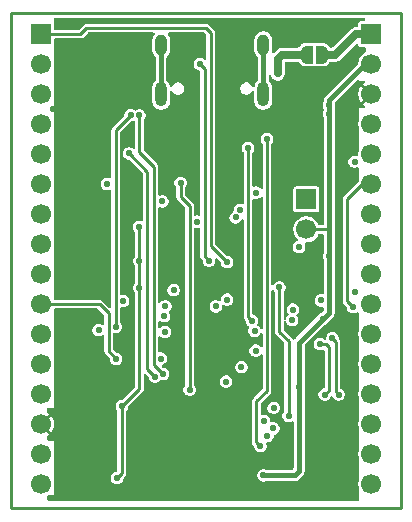
<source format=gbr>
%TF.GenerationSoftware,KiCad,Pcbnew,9.0.0*%
%TF.CreationDate,2025-11-24T16:34:34+00:00*%
%TF.ProjectId,OE PyBoard,4f452050-7942-46f6-9172-642e6b696361,rev?*%
%TF.SameCoordinates,Original*%
%TF.FileFunction,Copper,L4,Bot*%
%TF.FilePolarity,Positive*%
%FSLAX46Y46*%
G04 Gerber Fmt 4.6, Leading zero omitted, Abs format (unit mm)*
G04 Created by KiCad (PCBNEW 9.0.0) date 2025-11-24 16:34:34*
%MOMM*%
%LPD*%
G01*
G04 APERTURE LIST*
G04 Aperture macros list*
%AMFreePoly0*
4,1,23,0.500000,-0.750000,0.000000,-0.750000,0.000000,-0.745722,-0.065263,-0.745722,-0.191342,-0.711940,-0.304381,-0.646677,-0.396677,-0.554381,-0.461940,-0.441342,-0.495722,-0.315263,-0.495722,-0.250000,-0.500000,-0.250000,-0.500000,0.250000,-0.495722,0.250000,-0.495722,0.315263,-0.461940,0.441342,-0.396677,0.554381,-0.304381,0.646677,-0.191342,0.711940,-0.065263,0.745722,0.000000,0.745722,
0.000000,0.750000,0.500000,0.750000,0.500000,-0.750000,0.500000,-0.750000,$1*%
%AMFreePoly1*
4,1,23,0.000000,0.745722,0.065263,0.745722,0.191342,0.711940,0.304381,0.646677,0.396677,0.554381,0.461940,0.441342,0.495722,0.315263,0.495722,0.250000,0.500000,0.250000,0.500000,-0.250000,0.495722,-0.250000,0.495722,-0.315263,0.461940,-0.441342,0.396677,-0.554381,0.304381,-0.646677,0.191342,-0.711940,0.065263,-0.745722,0.000000,-0.745722,0.000000,-0.750000,-0.500000,-0.750000,
-0.500000,0.750000,0.000000,0.750000,0.000000,0.745722,0.000000,0.745722,$1*%
G04 Aperture macros list end*
%TA.AperFunction,HeatsinkPad*%
%ADD10O,1.000000X2.100000*%
%TD*%
%TA.AperFunction,HeatsinkPad*%
%ADD11O,1.000000X1.800000*%
%TD*%
%TA.AperFunction,ComponentPad*%
%ADD12R,1.700000X1.700000*%
%TD*%
%TA.AperFunction,ComponentPad*%
%ADD13C,1.700000*%
%TD*%
%TA.AperFunction,SMDPad,CuDef*%
%ADD14FreePoly0,0.000000*%
%TD*%
%TA.AperFunction,SMDPad,CuDef*%
%ADD15FreePoly1,0.000000*%
%TD*%
%TA.AperFunction,ViaPad*%
%ADD16C,0.550000*%
%TD*%
%TA.AperFunction,Conductor*%
%ADD17C,0.220000*%
%TD*%
%TA.AperFunction,Conductor*%
%ADD18C,0.230000*%
%TD*%
%TA.AperFunction,Conductor*%
%ADD19C,0.700000*%
%TD*%
%TA.AperFunction,Conductor*%
%ADD20C,0.250000*%
%TD*%
%TA.AperFunction,Conductor*%
%ADD21C,0.450000*%
%TD*%
%TA.AperFunction,Conductor*%
%ADD22C,0.400000*%
%TD*%
%TA.AperFunction,Profile*%
%ADD23C,0.230000*%
%TD*%
G04 APERTURE END LIST*
D10*
%TO.P,J3,S1,SHIELD*%
%TO.N,Net-(J3-SHIELD)*%
X146814000Y-101111000D03*
D11*
X146814000Y-96931000D03*
D10*
X138174000Y-101111000D03*
D11*
X138174000Y-96931000D03*
%TD*%
D12*
%TO.P,J6,1,Pin_1*%
%TO.N,/PC6-Y1*%
X128016000Y-96012000D03*
D13*
%TO.P,J6,2,Pin_2*%
%TO.N,/PC7-Y2*%
X128016000Y-98552000D03*
%TO.P,J6,3,Pin_3*%
%TO.N,/PB8-Y3*%
X128016000Y-101092000D03*
%TO.P,J6,4,Pin_4*%
%TO.N,/PB9-Y4*%
X128016000Y-103632000D03*
%TO.P,J6,5,Pin_5*%
%TO.N,/PB12-Y5*%
X128016000Y-106172000D03*
%TO.P,J6,6,Pin_6*%
%TO.N,/PB13-Y6*%
X128016000Y-108712000D03*
%TO.P,J6,7,Pin_7*%
%TO.N,/PB14-Y7*%
X128016000Y-111252000D03*
%TO.P,J6,8,Pin_8*%
%TO.N,/PB15-Y8*%
X128016000Y-113792000D03*
%TO.P,J6,9,Pin_9*%
%TO.N,/PB6-SCL-X9*%
X128016000Y-116332000D03*
%TO.P,J6,10,Pin_10*%
%TO.N,/PB7-SDA-X10*%
X128016000Y-118872000D03*
%TO.P,J6,11,Pin_11*%
%TO.N,/PC4-X11*%
X128016000Y-121412000D03*
%TO.P,J6,12,Pin_12*%
%TO.N,/PC5-X12*%
X128016000Y-123952000D03*
%TO.P,J6,13,Pin_13*%
%TO.N,/RST-SW*%
X128016000Y-126492000D03*
%TO.P,J6,14,Pin_14*%
%TO.N,GND*%
X128016000Y-129032000D03*
%TO.P,J6,15,Pin_15*%
%TO.N,+3V3*%
X128016000Y-131572000D03*
%TO.P,J6,16,Pin_16*%
%TO.N,V+*%
X128016000Y-134112000D03*
%TD*%
D12*
%TO.P,JP1,1,A*%
%TO.N,/BOOT0*%
X150469600Y-110002400D03*
D13*
%TO.P,JP1,2,B*%
%TO.N,+3V3*%
X150469600Y-112542400D03*
%TD*%
D12*
%TO.P,J7,1,Pin_1*%
%TO.N,V+*%
X155956000Y-96012000D03*
D13*
%TO.P,J7,2,Pin_2*%
%TO.N,+3V3*%
X155956000Y-98552000D03*
%TO.P,J7,3,Pin_3*%
%TO.N,GND*%
X155956000Y-101092000D03*
%TO.P,J7,4,Pin_4*%
%TO.N,/RST-SW*%
X155956000Y-103632000D03*
%TO.P,J7,5,Pin_5*%
%TO.N,/PB1-Y12*%
X155956000Y-106172000D03*
%TO.P,J7,6,Pin_6*%
%TO.N,/PB0-Y11*%
X155956000Y-108712000D03*
%TO.P,J7,7,Pin_7*%
%TO.N,/PB11-Y10*%
X155956000Y-111252000D03*
%TO.P,J7,8,Pin_8*%
%TO.N,/PB10-Y9*%
X155956000Y-113792000D03*
%TO.P,J7,9,Pin_9*%
%TO.N,/PA7-X8*%
X155956000Y-116332000D03*
%TO.P,J7,10,Pin_10*%
%TO.N,/PA6-X7*%
X155956000Y-118872000D03*
%TO.P,J7,11,Pin_11*%
%TO.N,/PA5-X6*%
X155956000Y-121412000D03*
%TO.P,J7,12,Pin_12*%
%TO.N,/PA4-X5*%
X155956000Y-123952000D03*
%TO.P,J7,13,Pin_13*%
%TO.N,/PA3-X4*%
X155956000Y-126492000D03*
%TO.P,J7,14,Pin_14*%
%TO.N,/PA2-X3*%
X155956000Y-129032000D03*
%TO.P,J7,15,Pin_15*%
%TO.N,/PA1-X2*%
X155956000Y-131572000D03*
%TO.P,J7,16,Pin_16*%
%TO.N,/PA0-X1*%
X155956000Y-134112000D03*
%TD*%
D14*
%TO.P,JP2,1,A*%
%TO.N,VBUS*%
X150480000Y-97739200D03*
D15*
%TO.P,JP2,2,B*%
%TO.N,V+*%
X151780000Y-97739200D03*
%TD*%
D16*
%TO.N,/PB12-Y5*%
X146202400Y-109423200D03*
%TO.N,/PB14-Y7*%
X144471660Y-111529424D03*
%TO.N,/PB1-Y12*%
X145542000Y-105664000D03*
X145871000Y-120267000D03*
%TO.N,/PB9-Y4*%
X135450000Y-106100000D03*
X137637104Y-125007000D03*
%TO.N,/PA0-X1*%
X147173400Y-130006015D03*
%TO.N,/PB13-Y6*%
X144830800Y-110871000D03*
%TO.N,/PB7-SDA-X10*%
X134366000Y-123507000D03*
%TO.N,/PB11-Y10*%
X154559000Y-117856000D03*
X149315961Y-119320493D03*
%TO.N,/PA1-X2*%
X147675600Y-129387600D03*
%TO.N,/PC4-X11*%
X146177000Y-122807000D03*
%TO.N,/PC6-Y1*%
X143764000Y-115314000D03*
%TO.N,/PB15-Y8*%
X143764000Y-118489000D03*
%TO.N,/PA2-X3*%
X146862800Y-128752600D03*
%TO.N,/PB0-Y11*%
X154432000Y-119126000D03*
X146081750Y-121124250D03*
%TO.N,/VDDA*%
X147116800Y-104902000D03*
X146583400Y-130886200D03*
%TO.N,/PB6-SCL-X9*%
X132885431Y-121061573D03*
%TO.N,/PC5-X12*%
X144975000Y-124203025D03*
%TO.N,/RST-SW*%
X154555563Y-106807000D03*
X139827000Y-108585000D03*
X140589000Y-126111000D03*
X133575000Y-108700000D03*
%TO.N,/PB8-Y3*%
X136339022Y-102889106D03*
X138354428Y-124788025D03*
%TO.N,/PC7-Y2*%
X141478000Y-98552000D03*
X142240000Y-115187000D03*
%TO.N,/PB10-Y9*%
X149273885Y-120228716D03*
X149860000Y-114046000D03*
%TO.N,GND*%
X131706510Y-121062966D03*
X141478000Y-96647000D03*
X143875000Y-106850000D03*
X139573000Y-123317000D03*
X129540000Y-112014000D03*
X139600000Y-125175000D03*
X144780000Y-108686600D03*
X144575000Y-118850000D03*
X151700000Y-115500000D03*
X135350000Y-110286000D03*
X154500000Y-127600000D03*
X147370800Y-134518400D03*
X144018000Y-114147600D03*
X139827000Y-103124000D03*
X130246000Y-128250000D03*
X149961600Y-102717600D03*
X143175000Y-107550000D03*
X129425000Y-107625000D03*
X129540000Y-104902000D03*
X145900000Y-125025000D03*
X151275000Y-126925000D03*
X145973800Y-103200200D03*
X143950000Y-123300000D03*
X146177000Y-118872000D03*
X132125000Y-112050000D03*
X140843000Y-107823000D03*
X153162000Y-112649000D03*
X153873200Y-107696000D03*
X151393912Y-104421942D03*
X143611600Y-112039400D03*
X129540000Y-117983000D03*
X131815548Y-124458000D03*
X151765000Y-124942600D03*
X147675600Y-103657400D03*
X132050000Y-101250000D03*
X154672166Y-123624277D03*
X153150000Y-116650000D03*
X139725000Y-121725000D03*
X141925000Y-125175000D03*
X135636000Y-114427000D03*
X138430000Y-107315000D03*
X146405600Y-110998000D03*
X135255000Y-116459000D03*
X143459200Y-98602800D03*
X144175000Y-120225000D03*
X150774681Y-122263533D03*
X141700000Y-120225000D03*
X154482800Y-125577600D03*
X132000000Y-134475000D03*
X148996000Y-100000000D03*
X135001000Y-119634000D03*
X144256583Y-95235447D03*
X130950000Y-99650000D03*
X146354800Y-108229400D03*
X129794000Y-125250000D03*
X143950000Y-121625000D03*
X145161000Y-132613400D03*
X134493000Y-125222000D03*
X148700000Y-95500000D03*
X129050000Y-102325000D03*
X130200400Y-132232400D03*
X148082000Y-107264200D03*
X132025000Y-106675000D03*
X141986000Y-129284000D03*
X139827000Y-105410000D03*
X137972800Y-125704600D03*
X136375000Y-97325000D03*
X138404600Y-131165600D03*
X130048000Y-114681000D03*
X137033000Y-128522000D03*
X132125000Y-97850000D03*
X138850000Y-134475000D03*
X154432000Y-134620000D03*
X139575000Y-120225000D03*
X151257000Y-131064000D03*
X135600000Y-105125000D03*
X141700000Y-123300000D03*
%TO.N,+3V3*%
X134848600Y-127506000D03*
X136294720Y-112312720D03*
X149860000Y-125855000D03*
X134945832Y-118616000D03*
X151842000Y-120142000D03*
X134442200Y-133604000D03*
X152400000Y-102743000D03*
X141224000Y-111885000D03*
X152400000Y-114808000D03*
X136334500Y-117475000D03*
X152374600Y-102031800D03*
X146825000Y-133361000D03*
X136334500Y-115187000D03*
%TO.N,VBUS*%
X148049066Y-98153134D03*
X148049066Y-99334043D03*
%TO.N,/BOOT0*%
X138154063Y-123469592D03*
X138277600Y-110159800D03*
%TO.N,/PA13-RED*%
X148183600Y-117449600D03*
X148971000Y-128320000D03*
X139236000Y-117678200D03*
%TO.N,/PA14-GRN*%
X142800000Y-119049000D03*
X138526000Y-119049000D03*
X147701000Y-127635000D03*
X143675000Y-125425000D03*
%TO.N,/PA15-YEL*%
X152019000Y-126525000D03*
X151689988Y-118547201D03*
X151625000Y-122250000D03*
X138430000Y-119888000D03*
%TO.N,/PB4-BLU*%
X152675000Y-121750000D03*
X153200000Y-126525000D03*
X138500000Y-121225000D03*
%TO.N,/PB3-SW1*%
X134316000Y-120788666D03*
X135589234Y-102871150D03*
%TD*%
D17*
%TO.N,/PB1-Y12*%
X145542000Y-105664000D02*
X145542000Y-119938000D01*
X145542000Y-119938000D02*
X145871000Y-120267000D01*
%TO.N,/PB9-Y4*%
X137637104Y-124998895D02*
X137637104Y-125007000D01*
X135600000Y-106261000D02*
X136993000Y-107654000D01*
X136993000Y-124354791D02*
X137637104Y-124998895D01*
X136993000Y-107654000D02*
X136993000Y-124354791D01*
X135450000Y-106100000D02*
X135600000Y-106250000D01*
X135600000Y-106250000D02*
X135600000Y-106261000D01*
%TO.N,/PB7-SDA-X10*%
X134366000Y-123507000D02*
X133731000Y-122872000D01*
X133731000Y-119634000D02*
X132967000Y-118870000D01*
X132967000Y-118870000D02*
X128016000Y-118870000D01*
X133731000Y-122872000D02*
X133731000Y-119634000D01*
%TO.N,/PC6-Y1*%
X142367000Y-113917000D02*
X142367000Y-95885000D01*
X131824000Y-95504000D02*
X131318000Y-96010000D01*
X141986000Y-95504000D02*
X131824000Y-95504000D01*
X142367000Y-95885000D02*
X141986000Y-95504000D01*
X143764000Y-115314000D02*
X142367000Y-113917000D01*
X131318000Y-96010000D02*
X128016000Y-96010000D01*
D18*
%TO.N,/PB0-Y11*%
X153902531Y-110003469D02*
X155196000Y-108710000D01*
X153902531Y-118596531D02*
X153902531Y-110003469D01*
X155196000Y-108710000D02*
X155956000Y-108710000D01*
X154432000Y-119126000D02*
X153902531Y-118596531D01*
%TO.N,/VDDA*%
X146227800Y-130530600D02*
X146583400Y-130886200D01*
X147142200Y-126187200D02*
X146227800Y-127101600D01*
X146227800Y-127101600D02*
X146227800Y-130530600D01*
X147116800Y-104902000D02*
X147116800Y-104927400D01*
X147142200Y-104952800D02*
X147142200Y-126187200D01*
X147116800Y-104927400D02*
X147142200Y-104952800D01*
D17*
%TO.N,/RST-SW*%
X140589000Y-110538000D02*
X140589000Y-126111000D01*
X139827000Y-109776000D02*
X140589000Y-110538000D01*
X139827000Y-108585000D02*
X139827000Y-109776000D01*
%TO.N,/PB8-Y3*%
X138354428Y-124788025D02*
X138354428Y-124765428D01*
X136339022Y-102889106D02*
X136339022Y-105998830D01*
X138354428Y-124765428D02*
X137569063Y-123980063D01*
X137569063Y-123980063D02*
X137569063Y-107228871D01*
X137569063Y-107228871D02*
X136339022Y-105998830D01*
%TO.N,/PC7-Y2*%
X141859000Y-114806000D02*
X142240000Y-115187000D01*
X141478000Y-98552000D02*
X141859000Y-98933000D01*
X141859000Y-98933000D02*
X141859000Y-114806000D01*
D19*
%TO.N,V+*%
X151780000Y-97739200D02*
X152931974Y-97739200D01*
X154659174Y-96012000D02*
X155956000Y-96012000D01*
X152931974Y-97739200D02*
X154659174Y-96012000D01*
D20*
%TO.N,+3V3*%
X134848600Y-127506000D02*
X134848600Y-133197600D01*
D21*
X152400000Y-111556800D02*
X152400000Y-101600000D01*
D17*
X150469600Y-112542400D02*
X152354200Y-112542400D01*
D21*
X149860000Y-132967000D02*
X149466000Y-133361000D01*
X149466000Y-133361000D02*
X146825000Y-133361000D01*
X149860000Y-126236000D02*
X149860000Y-132967000D01*
D20*
X136334500Y-126020100D02*
X136334500Y-115187000D01*
D21*
X152400000Y-119584000D02*
X151842000Y-120142000D01*
D20*
X134848600Y-133197600D02*
X134442200Y-133604000D01*
X134848600Y-127506000D02*
X136334500Y-126020100D01*
D17*
X136294720Y-115147220D02*
X136334500Y-115187000D01*
D21*
X152400000Y-101600000D02*
X155450000Y-98550000D01*
X152400000Y-111556800D02*
X152400000Y-112496600D01*
D17*
X136294720Y-112312720D02*
X136294720Y-115147220D01*
D21*
X152400000Y-112496600D02*
X152400000Y-119584000D01*
X149860000Y-122124000D02*
X149860000Y-126236000D01*
D17*
X152354200Y-112542400D02*
X152400000Y-112496600D01*
D21*
X151842000Y-120142000D02*
X149860000Y-122124000D01*
X155450000Y-98550000D02*
X155956000Y-98550000D01*
X149860000Y-125855000D02*
X149860000Y-126236000D01*
D19*
%TO.N,VBUS*%
X148049066Y-99334043D02*
X148049066Y-98132281D01*
X148049066Y-98132281D02*
X148442147Y-97739200D01*
X148442147Y-97739200D02*
X150480000Y-97739200D01*
D22*
%TO.N,Net-(J3-SHIELD)*%
X146814000Y-101111000D02*
X146814000Y-96931000D01*
X138174000Y-101111000D02*
X138174000Y-96931000D01*
D18*
%TO.N,/PA13-RED*%
X148971000Y-121971000D02*
X148183600Y-121183600D01*
X148971000Y-128320000D02*
X148971000Y-121971000D01*
X148183600Y-121183600D02*
X148183600Y-117449600D01*
D17*
%TO.N,/PA15-YEL*%
X152100000Y-122250000D02*
X152374600Y-122524600D01*
X151625000Y-122250000D02*
X152100000Y-122250000D01*
X152374600Y-126169400D02*
X152019000Y-126525000D01*
X152374600Y-122524600D02*
X152374600Y-126169400D01*
D18*
%TO.N,/PB4-BLU*%
X152958800Y-122033800D02*
X152675000Y-121750000D01*
X153200000Y-126525000D02*
X152958800Y-126283800D01*
X152958800Y-126283800D02*
X152958800Y-122033800D01*
D17*
%TO.N,/PB3-SW1*%
X134316000Y-104144384D02*
X135589234Y-102871150D01*
X134316000Y-120788666D02*
X134316000Y-104144384D01*
%TD*%
%TA.AperFunction,Conductor*%
%TO.N,GND*%
G36*
X155405992Y-94633817D02*
G01*
X155445588Y-94688317D01*
X155450915Y-94720646D01*
X155451915Y-94801146D01*
X155431895Y-94865468D01*
X155377891Y-94905739D01*
X155342923Y-94911500D01*
X155081326Y-94911500D01*
X155008260Y-94926034D01*
X154925399Y-94981399D01*
X154870034Y-95064260D01*
X154855500Y-95137326D01*
X154855500Y-95137327D01*
X154855500Y-95137329D01*
X154855500Y-95302500D01*
X154850165Y-95318919D01*
X154850165Y-95336183D01*
X154840017Y-95350149D01*
X154834683Y-95366569D01*
X154820716Y-95376716D01*
X154810569Y-95390683D01*
X154794149Y-95396017D01*
X154780183Y-95406165D01*
X154746500Y-95411500D01*
X154744924Y-95411500D01*
X154744908Y-95411499D01*
X154738232Y-95411499D01*
X154580117Y-95411499D01*
X154580115Y-95411499D01*
X154427389Y-95452423D01*
X154290460Y-95531478D01*
X152715164Y-97106775D01*
X152707327Y-97110767D01*
X152702158Y-97117883D01*
X152677882Y-97125770D01*
X152655140Y-97137358D01*
X152638089Y-97138700D01*
X152512946Y-97138700D01*
X152448877Y-97117883D01*
X152418549Y-97084200D01*
X152401369Y-97054443D01*
X152360765Y-97001527D01*
X152267673Y-96908435D01*
X152267671Y-96908433D01*
X152214760Y-96867832D01*
X152100747Y-96802007D01*
X152100745Y-96802006D01*
X152100743Y-96802005D01*
X152039123Y-96776481D01*
X151911956Y-96742406D01*
X151911951Y-96742405D01*
X151911953Y-96742405D01*
X151880279Y-96738235D01*
X151845826Y-96733700D01*
X151280000Y-96733700D01*
X151182224Y-96753149D01*
X151182219Y-96753150D01*
X151172305Y-96757257D01*
X151170630Y-96753213D01*
X151125607Y-96765861D01*
X151089051Y-96753983D01*
X151087695Y-96757257D01*
X151077780Y-96753150D01*
X151077776Y-96753149D01*
X150980000Y-96733700D01*
X150414174Y-96733700D01*
X150379720Y-96738235D01*
X150348047Y-96742405D01*
X150220877Y-96776481D01*
X150159252Y-96802007D01*
X150045239Y-96867832D01*
X149992328Y-96908433D01*
X149899233Y-97001528D01*
X149858633Y-97054439D01*
X149841451Y-97084200D01*
X149791389Y-97129276D01*
X149747054Y-97138700D01*
X148363088Y-97138700D01*
X148322166Y-97149664D01*
X148322166Y-97149665D01*
X148266264Y-97164644D01*
X148210362Y-97179623D01*
X148073430Y-97258679D01*
X147961626Y-97370483D01*
X147961627Y-97370484D01*
X147961625Y-97370486D01*
X147961624Y-97370486D01*
X147728522Y-97603587D01*
X147668499Y-97634170D01*
X147601963Y-97623632D01*
X147554328Y-97575997D01*
X147543790Y-97509460D01*
X147544543Y-97505247D01*
X147564499Y-97404923D01*
X147564500Y-97404915D01*
X147564500Y-96457085D01*
X147564500Y-96457082D01*
X147535658Y-96312087D01*
X147479084Y-96175505D01*
X147396951Y-96052584D01*
X147292416Y-95948049D01*
X147280096Y-95939817D01*
X147169496Y-95865916D01*
X147169491Y-95865914D01*
X147032915Y-95809343D01*
X147032916Y-95809343D01*
X147032913Y-95809342D01*
X146887918Y-95780500D01*
X146740082Y-95780500D01*
X146595087Y-95809342D01*
X146595085Y-95809342D01*
X146595084Y-95809343D01*
X146458508Y-95865914D01*
X146458503Y-95865916D01*
X146335586Y-95948047D01*
X146231047Y-96052586D01*
X146148916Y-96175503D01*
X146148914Y-96175508D01*
X146092343Y-96312084D01*
X146092342Y-96312087D01*
X146063500Y-96457082D01*
X146063500Y-97404918D01*
X146092342Y-97549913D01*
X146092343Y-97549915D01*
X146148914Y-97686491D01*
X146148916Y-97686496D01*
X146166348Y-97712584D01*
X146231049Y-97809416D01*
X146331576Y-97909943D01*
X146362158Y-97969965D01*
X146363500Y-97987016D01*
X146363500Y-99904984D01*
X146342683Y-99969053D01*
X146331580Y-99982052D01*
X146231049Y-100082584D01*
X146231047Y-100082586D01*
X146148916Y-100205503D01*
X146148914Y-100205508D01*
X146092343Y-100342084D01*
X146092339Y-100342096D01*
X146082626Y-100390928D01*
X146049710Y-100449704D01*
X145988532Y-100477907D01*
X145922461Y-100464764D01*
X145876733Y-100415295D01*
X145875019Y-100411376D01*
X145873689Y-100408167D01*
X145873688Y-100408166D01*
X145873688Y-100408164D01*
X145804505Y-100288335D01*
X145706665Y-100190495D01*
X145706662Y-100190493D01*
X145586835Y-100121311D01*
X145453183Y-100085500D01*
X145314817Y-100085500D01*
X145181164Y-100121311D01*
X145061337Y-100190493D01*
X144963493Y-100288337D01*
X144894311Y-100408164D01*
X144858500Y-100541817D01*
X144858500Y-100680182D01*
X144894311Y-100813835D01*
X144963493Y-100933662D01*
X144963495Y-100933665D01*
X145061335Y-101031505D01*
X145181164Y-101100688D01*
X145314817Y-101136500D01*
X145453183Y-101136500D01*
X145586836Y-101100688D01*
X145706665Y-101031505D01*
X145804505Y-100933665D01*
X145860103Y-100837365D01*
X145910165Y-100792289D01*
X145977162Y-100785247D01*
X146035502Y-100818929D01*
X146062903Y-100880471D01*
X146063500Y-100891865D01*
X146063500Y-101734918D01*
X146092342Y-101879913D01*
X146092343Y-101879915D01*
X146148914Y-102016491D01*
X146148916Y-102016496D01*
X146230493Y-102138585D01*
X146231049Y-102139416D01*
X146335584Y-102243951D01*
X146386406Y-102277909D01*
X146458503Y-102326083D01*
X146458504Y-102326083D01*
X146458505Y-102326084D01*
X146595087Y-102382658D01*
X146740082Y-102411500D01*
X146740086Y-102411500D01*
X146887914Y-102411500D01*
X146887918Y-102411500D01*
X147032913Y-102382658D01*
X147169495Y-102326084D01*
X147292416Y-102243951D01*
X147396951Y-102139416D01*
X147479084Y-102016495D01*
X147535658Y-101879913D01*
X147564500Y-101734918D01*
X147564500Y-100487082D01*
X147535658Y-100342087D01*
X147479084Y-100205505D01*
X147469053Y-100190493D01*
X147396952Y-100082586D01*
X147396951Y-100082584D01*
X147296423Y-99982056D01*
X147265842Y-99922035D01*
X147264500Y-99904984D01*
X147264500Y-99554093D01*
X147285317Y-99490024D01*
X147339817Y-99450428D01*
X147407183Y-99450428D01*
X147461683Y-99490024D01*
X147478786Y-99525882D01*
X147489488Y-99565826D01*
X147489489Y-99565827D01*
X147568546Y-99702759D01*
X147680350Y-99814563D01*
X147817282Y-99893620D01*
X147970009Y-99934543D01*
X148128123Y-99934543D01*
X148280850Y-99893620D01*
X148417782Y-99814563D01*
X148529586Y-99702759D01*
X148608643Y-99565827D01*
X148649566Y-99413100D01*
X148649566Y-98448700D01*
X148670383Y-98384631D01*
X148724883Y-98345035D01*
X148758566Y-98339700D01*
X149747054Y-98339700D01*
X149811123Y-98360517D01*
X149841450Y-98394199D01*
X149858631Y-98423957D01*
X149858633Y-98423960D01*
X149899233Y-98476871D01*
X149992328Y-98569966D01*
X150045239Y-98610567D01*
X150063625Y-98621182D01*
X150159257Y-98676395D01*
X150220877Y-98701919D01*
X150348044Y-98735994D01*
X150414174Y-98744700D01*
X150414179Y-98744700D01*
X150979996Y-98744700D01*
X150980000Y-98744700D01*
X151077776Y-98725251D01*
X151077778Y-98725249D01*
X151077781Y-98725249D01*
X151087698Y-98721142D01*
X151089381Y-98725207D01*
X151134182Y-98712529D01*
X151170924Y-98724467D01*
X151172302Y-98721142D01*
X151182218Y-98725249D01*
X151182222Y-98725249D01*
X151182224Y-98725251D01*
X151280000Y-98744700D01*
X151280003Y-98744700D01*
X151845821Y-98744700D01*
X151845826Y-98744700D01*
X151911956Y-98735994D01*
X152039123Y-98701919D01*
X152100743Y-98676395D01*
X152214757Y-98610569D01*
X152267673Y-98569965D01*
X152360765Y-98476873D01*
X152401369Y-98423957D01*
X152418549Y-98394199D01*
X152468611Y-98349124D01*
X152512946Y-98339700D01*
X152846225Y-98339700D01*
X152846241Y-98339701D01*
X152852917Y-98339701D01*
X153011029Y-98339701D01*
X153011031Y-98339701D01*
X153163759Y-98298777D01*
X153213873Y-98269842D01*
X153213877Y-98269840D01*
X153239668Y-98254949D01*
X153300690Y-98219720D01*
X153412494Y-98107916D01*
X153412494Y-98107914D01*
X153421463Y-98098946D01*
X153421466Y-98098941D01*
X154674511Y-96845897D01*
X154734534Y-96815315D01*
X154801070Y-96825853D01*
X154848705Y-96873488D01*
X154858490Y-96901708D01*
X154868937Y-96954225D01*
X154870034Y-96959740D01*
X154925399Y-97042601D01*
X155008260Y-97097966D01*
X155081326Y-97112500D01*
X155081330Y-97112500D01*
X155372972Y-97112500D01*
X155437041Y-97133317D01*
X155476637Y-97187817D01*
X155481964Y-97220146D01*
X155485298Y-97488560D01*
X155465278Y-97552882D01*
X155425793Y-97587033D01*
X155379211Y-97610768D01*
X155239074Y-97712584D01*
X155116584Y-97835074D01*
X155014765Y-97975216D01*
X155014763Y-97975219D01*
X155011329Y-97981959D01*
X155011284Y-97982048D01*
X154980738Y-98042000D01*
X154940000Y-98042000D01*
X154940000Y-98121953D01*
X154936127Y-98129555D01*
X154932205Y-98141623D01*
X154932203Y-98141629D01*
X154882598Y-98294294D01*
X154859788Y-98438312D01*
X154829205Y-98498335D01*
X152108036Y-101219505D01*
X152019503Y-101308037D01*
X151956905Y-101416461D01*
X151924500Y-101537397D01*
X151924500Y-101731188D01*
X151909897Y-101785687D01*
X151884912Y-101828961D01*
X151884912Y-101828963D01*
X151884912Y-101828964D01*
X151849100Y-101962617D01*
X151849100Y-102100983D01*
X151873700Y-102192791D01*
X151884912Y-102234636D01*
X151884911Y-102234636D01*
X151909896Y-102277909D01*
X151924500Y-102332410D01*
X151924500Y-102486383D01*
X151911977Y-102533124D01*
X151913045Y-102533567D01*
X151910311Y-102540166D01*
X151874500Y-102673817D01*
X151874500Y-102812183D01*
X151899570Y-102905745D01*
X151910312Y-102945836D01*
X151913046Y-102952437D01*
X151911975Y-102952880D01*
X151924500Y-102999616D01*
X151924500Y-112072900D01*
X151903683Y-112136969D01*
X151849183Y-112176565D01*
X151815500Y-112181900D01*
X151587831Y-112181900D01*
X151523762Y-112161083D01*
X151490711Y-112122384D01*
X151410836Y-111965619D01*
X151410834Y-111965616D01*
X151410832Y-111965612D01*
X151309014Y-111825472D01*
X151186528Y-111702986D01*
X151046388Y-111601168D01*
X151046385Y-111601166D01*
X151046383Y-111601165D01*
X151046380Y-111601163D01*
X150892043Y-111522526D01*
X150727304Y-111468998D01*
X150727305Y-111468998D01*
X150556212Y-111441900D01*
X150556211Y-111441900D01*
X150382989Y-111441900D01*
X150382987Y-111441900D01*
X150211895Y-111468998D01*
X150047156Y-111522526D01*
X149892819Y-111601163D01*
X149892816Y-111601165D01*
X149752674Y-111702984D01*
X149630184Y-111825474D01*
X149528365Y-111965616D01*
X149528363Y-111965619D01*
X149449726Y-112119956D01*
X149396198Y-112284695D01*
X149369100Y-112455787D01*
X149369100Y-112629012D01*
X149396198Y-112800104D01*
X149449726Y-112964843D01*
X149528363Y-113119180D01*
X149528365Y-113119183D01*
X149528368Y-113119188D01*
X149630186Y-113259328D01*
X149736615Y-113365757D01*
X149767197Y-113425779D01*
X149756659Y-113492315D01*
X149709024Y-113539950D01*
X149687751Y-113548116D01*
X149657163Y-113556312D01*
X149537337Y-113625493D01*
X149439493Y-113723337D01*
X149370311Y-113843164D01*
X149334500Y-113976817D01*
X149334500Y-114115182D01*
X149370311Y-114248835D01*
X149370312Y-114248836D01*
X149439495Y-114368665D01*
X149537335Y-114466505D01*
X149657164Y-114535688D01*
X149790817Y-114571500D01*
X149929183Y-114571500D01*
X150062836Y-114535688D01*
X150182665Y-114466505D01*
X150280505Y-114368665D01*
X150349688Y-114248836D01*
X150385500Y-114115183D01*
X150385500Y-113976817D01*
X150349688Y-113843164D01*
X150328461Y-113806398D01*
X150314456Y-113740507D01*
X150341856Y-113678965D01*
X150400196Y-113645282D01*
X150422859Y-113642900D01*
X150556210Y-113642900D01*
X150556211Y-113642900D01*
X150727301Y-113615802D01*
X150892045Y-113562273D01*
X151046388Y-113483632D01*
X151186528Y-113381814D01*
X151309014Y-113259328D01*
X151410832Y-113119188D01*
X151433310Y-113075072D01*
X151490711Y-112962416D01*
X151538345Y-112914781D01*
X151587831Y-112902900D01*
X151815500Y-112902900D01*
X151879569Y-112923717D01*
X151919165Y-112978217D01*
X151924500Y-113011900D01*
X151924500Y-114551383D01*
X151911977Y-114598124D01*
X151913045Y-114598567D01*
X151910311Y-114605166D01*
X151874500Y-114738817D01*
X151874500Y-114877182D01*
X151910312Y-115010836D01*
X151913046Y-115017437D01*
X151911975Y-115017880D01*
X151924500Y-115064616D01*
X151924500Y-117923949D01*
X151903683Y-117988018D01*
X151849183Y-118027614D01*
X151787290Y-118029235D01*
X151759172Y-118021701D01*
X151759171Y-118021701D01*
X151620805Y-118021701D01*
X151487152Y-118057512D01*
X151367325Y-118126694D01*
X151269481Y-118224538D01*
X151200299Y-118344365D01*
X151167200Y-118467898D01*
X151164488Y-118478018D01*
X151164488Y-118616384D01*
X151169828Y-118636312D01*
X151200299Y-118750036D01*
X151269481Y-118869863D01*
X151269483Y-118869866D01*
X151367323Y-118967706D01*
X151487152Y-119036889D01*
X151620805Y-119072701D01*
X151759172Y-119072701D01*
X151770702Y-119069611D01*
X151787288Y-119065167D01*
X151818213Y-119066787D01*
X151849183Y-119066787D01*
X151851589Y-119068535D01*
X151854560Y-119068691D01*
X151878622Y-119088175D01*
X151903683Y-119106383D01*
X151904602Y-119109213D01*
X151906914Y-119111085D01*
X151924500Y-119170452D01*
X151924500Y-119341891D01*
X151903683Y-119405960D01*
X151892574Y-119418966D01*
X151687223Y-119624316D01*
X151645319Y-119648512D01*
X151645761Y-119649579D01*
X151639167Y-119652309D01*
X151519337Y-119721493D01*
X151421493Y-119819337D01*
X151352309Y-119939167D01*
X151349579Y-119945761D01*
X151348512Y-119945319D01*
X151324316Y-119987223D01*
X149568036Y-121743505D01*
X149566142Y-121745398D01*
X149564963Y-121746578D01*
X149479505Y-121832036D01*
X149479443Y-121832143D01*
X149474310Y-121837279D01*
X149450297Y-121849522D01*
X149428071Y-121864766D01*
X149420787Y-121864568D01*
X149414294Y-121867879D01*
X149387670Y-121863669D01*
X149360730Y-121862938D01*
X149354952Y-121858496D01*
X149347755Y-121857358D01*
X149328692Y-121838304D01*
X149307325Y-121821876D01*
X149302818Y-121814725D01*
X149263473Y-121746578D01*
X149195422Y-121678526D01*
X149195422Y-121678527D01*
X148581025Y-121064130D01*
X148550442Y-121004106D01*
X148549100Y-120987055D01*
X148549100Y-120382094D01*
X148569917Y-120318025D01*
X148624417Y-120278429D01*
X148691783Y-120278429D01*
X148746283Y-120318025D01*
X148763385Y-120353881D01*
X148768225Y-120371943D01*
X148784196Y-120431551D01*
X148806300Y-120469836D01*
X148853380Y-120551381D01*
X148951220Y-120649221D01*
X149071049Y-120718404D01*
X149204702Y-120754216D01*
X149343068Y-120754216D01*
X149476721Y-120718404D01*
X149596550Y-120649221D01*
X149694390Y-120551381D01*
X149763573Y-120431552D01*
X149799385Y-120297899D01*
X149799385Y-120159533D01*
X149763573Y-120025880D01*
X149694390Y-119906051D01*
X149661053Y-119872714D01*
X149630472Y-119812693D01*
X149641010Y-119746157D01*
X149661053Y-119718570D01*
X149736466Y-119643158D01*
X149805649Y-119523329D01*
X149841461Y-119389676D01*
X149841461Y-119251310D01*
X149805649Y-119117657D01*
X149736466Y-118997828D01*
X149638626Y-118899988D01*
X149638623Y-118899986D01*
X149518796Y-118830804D01*
X149385144Y-118794993D01*
X149246778Y-118794993D01*
X149113125Y-118830804D01*
X148993298Y-118899986D01*
X148895454Y-118997830D01*
X148826272Y-119117657D01*
X148790461Y-119251310D01*
X148790461Y-119389675D01*
X148826272Y-119523328D01*
X148884579Y-119624319D01*
X148895456Y-119643158D01*
X148928791Y-119676493D01*
X148959373Y-119736515D01*
X148948835Y-119803051D01*
X148928790Y-119830640D01*
X148853379Y-119906050D01*
X148784196Y-120025880D01*
X148763386Y-120103548D01*
X148726696Y-120160046D01*
X148663805Y-120184188D01*
X148598735Y-120166752D01*
X148556340Y-120114399D01*
X148549100Y-120075337D01*
X148549100Y-117872419D01*
X148569917Y-117808350D01*
X148581019Y-117795350D01*
X148604105Y-117772265D01*
X148673288Y-117652436D01*
X148709100Y-117518783D01*
X148709100Y-117380417D01*
X148673288Y-117246764D01*
X148604105Y-117126935D01*
X148506265Y-117029095D01*
X148506262Y-117029093D01*
X148386435Y-116959911D01*
X148252783Y-116924100D01*
X148114417Y-116924100D01*
X147980764Y-116959911D01*
X147860937Y-117029093D01*
X147763093Y-117126937D01*
X147711097Y-117216998D01*
X147661034Y-117262074D01*
X147594038Y-117269116D01*
X147535697Y-117235433D01*
X147508297Y-117173892D01*
X147507700Y-117162498D01*
X147507700Y-109127726D01*
X149369100Y-109127726D01*
X149369100Y-110877074D01*
X149383634Y-110950140D01*
X149438999Y-111033001D01*
X149521860Y-111088366D01*
X149594926Y-111102900D01*
X149594930Y-111102900D01*
X151344270Y-111102900D01*
X151344274Y-111102900D01*
X151417340Y-111088366D01*
X151500201Y-111033001D01*
X151555566Y-110950140D01*
X151570100Y-110877074D01*
X151570100Y-109127726D01*
X151555566Y-109054660D01*
X151500201Y-108971799D01*
X151417340Y-108916434D01*
X151344274Y-108901900D01*
X149594926Y-108901900D01*
X149521860Y-108916434D01*
X149438999Y-108971799D01*
X149383634Y-109054660D01*
X149369100Y-109127726D01*
X147507700Y-109127726D01*
X147507700Y-105299419D01*
X147528517Y-105235350D01*
X147534317Y-105228558D01*
X147537300Y-105224669D01*
X147537305Y-105224665D01*
X147606488Y-105104836D01*
X147642300Y-104971183D01*
X147642300Y-104832817D01*
X147606488Y-104699164D01*
X147537305Y-104579335D01*
X147439465Y-104481495D01*
X147439462Y-104481493D01*
X147319635Y-104412311D01*
X147185983Y-104376500D01*
X147047617Y-104376500D01*
X146913964Y-104412311D01*
X146794137Y-104481493D01*
X146696293Y-104579337D01*
X146627111Y-104699164D01*
X146591300Y-104832817D01*
X146591300Y-104971182D01*
X146627111Y-105104835D01*
X146696293Y-105224662D01*
X146696295Y-105224665D01*
X146744776Y-105273146D01*
X146775358Y-105333168D01*
X146776700Y-105350219D01*
X146776700Y-108991181D01*
X146755883Y-109055250D01*
X146701383Y-109094846D01*
X146634017Y-109094846D01*
X146590627Y-109068257D01*
X146525065Y-109002695D01*
X146525062Y-109002693D01*
X146405235Y-108933511D01*
X146271583Y-108897700D01*
X146133217Y-108897700D01*
X146133216Y-108897700D01*
X146039710Y-108922754D01*
X145972437Y-108919228D01*
X145920084Y-108876833D01*
X145902500Y-108817468D01*
X145902500Y-106091819D01*
X145923317Y-106027750D01*
X145934419Y-106014750D01*
X145962505Y-105986665D01*
X146031688Y-105866836D01*
X146067500Y-105733183D01*
X146067500Y-105594817D01*
X146031688Y-105461164D01*
X145962505Y-105341335D01*
X145864665Y-105243495D01*
X145864662Y-105243493D01*
X145744835Y-105174311D01*
X145611183Y-105138500D01*
X145472817Y-105138500D01*
X145339164Y-105174311D01*
X145219337Y-105243493D01*
X145121493Y-105341337D01*
X145052311Y-105461164D01*
X145016500Y-105594817D01*
X145016500Y-105733182D01*
X145052311Y-105866835D01*
X145101117Y-105951369D01*
X145121495Y-105986665D01*
X145149576Y-106014746D01*
X145180158Y-106074768D01*
X145181500Y-106091819D01*
X145181500Y-110279429D01*
X145160683Y-110343498D01*
X145106183Y-110383094D01*
X145040555Y-110383094D01*
X145040537Y-110383161D01*
X145040287Y-110383094D01*
X145038817Y-110383094D01*
X145034914Y-110381654D01*
X144899983Y-110345500D01*
X144761617Y-110345500D01*
X144627964Y-110381311D01*
X144508137Y-110450493D01*
X144410293Y-110548337D01*
X144341111Y-110668164D01*
X144305300Y-110801817D01*
X144305300Y-110940189D01*
X144305398Y-110940935D01*
X144305300Y-110941463D01*
X144305300Y-110947327D01*
X144304213Y-110947327D01*
X144293114Y-111007171D01*
X144251829Y-111049547D01*
X144148997Y-111108917D01*
X144051153Y-111206761D01*
X143981971Y-111326588D01*
X143961901Y-111401494D01*
X143946160Y-111460241D01*
X143946160Y-111598607D01*
X143946846Y-111601168D01*
X143981971Y-111732259D01*
X144035789Y-111825474D01*
X144051155Y-111852089D01*
X144148995Y-111949929D01*
X144268824Y-112019112D01*
X144402477Y-112054924D01*
X144540843Y-112054924D01*
X144674496Y-112019112D01*
X144794325Y-111949929D01*
X144892165Y-111852089D01*
X144961348Y-111732260D01*
X144967214Y-111710368D01*
X145003903Y-111653870D01*
X145066794Y-111629727D01*
X145131865Y-111647162D01*
X145174260Y-111699515D01*
X145181500Y-111738578D01*
X145181500Y-119985460D01*
X145206067Y-120077148D01*
X145206066Y-120077148D01*
X145221309Y-120103548D01*
X145253528Y-120159352D01*
X145313576Y-120219400D01*
X145344158Y-120279422D01*
X145345500Y-120296473D01*
X145345500Y-120336182D01*
X145381311Y-120469835D01*
X145440634Y-120572586D01*
X145450495Y-120589665D01*
X145548335Y-120687505D01*
X145569111Y-120699500D01*
X145588018Y-120710416D01*
X145633094Y-120760479D01*
X145640136Y-120827475D01*
X145627915Y-120859312D01*
X145592062Y-120921411D01*
X145592062Y-120921413D01*
X145556250Y-121055067D01*
X145556250Y-121193432D01*
X145592061Y-121327085D01*
X145661243Y-121446912D01*
X145661245Y-121446915D01*
X145759085Y-121544755D01*
X145878914Y-121613938D01*
X146012567Y-121649750D01*
X146150933Y-121649750D01*
X146284586Y-121613938D01*
X146404415Y-121544755D01*
X146502255Y-121446915D01*
X146571438Y-121327086D01*
X146571438Y-121327084D01*
X146573303Y-121323855D01*
X146623365Y-121278779D01*
X146690362Y-121271737D01*
X146748702Y-121305419D01*
X146776103Y-121366961D01*
X146776700Y-121378355D01*
X146776700Y-122400381D01*
X146755883Y-122464450D01*
X146701383Y-122504046D01*
X146634017Y-122504046D01*
X146590627Y-122477457D01*
X146499665Y-122386495D01*
X146464354Y-122366108D01*
X146379835Y-122317311D01*
X146246183Y-122281500D01*
X146107817Y-122281500D01*
X145974164Y-122317311D01*
X145854337Y-122386493D01*
X145756493Y-122484337D01*
X145687311Y-122604164D01*
X145651500Y-122737817D01*
X145651500Y-122876182D01*
X145687311Y-123009835D01*
X145756493Y-123129662D01*
X145756495Y-123129665D01*
X145854335Y-123227505D01*
X145974164Y-123296688D01*
X146107817Y-123332500D01*
X146246183Y-123332500D01*
X146379836Y-123296688D01*
X146499665Y-123227505D01*
X146590627Y-123136542D01*
X146650649Y-123105961D01*
X146717185Y-123116499D01*
X146764820Y-123164134D01*
X146776700Y-123213619D01*
X146776700Y-125990655D01*
X146755883Y-126054724D01*
X146744775Y-126067730D01*
X146003378Y-126809127D01*
X146003377Y-126809126D01*
X145935326Y-126877178D01*
X145887207Y-126960522D01*
X145862300Y-127053481D01*
X145862300Y-130578718D01*
X145887207Y-130671677D01*
X145893300Y-130682230D01*
X145935327Y-130755022D01*
X146025976Y-130845671D01*
X146056558Y-130905693D01*
X146057900Y-130922744D01*
X146057900Y-130955382D01*
X146093711Y-131089035D01*
X146131250Y-131154054D01*
X146162895Y-131208865D01*
X146260735Y-131306705D01*
X146380564Y-131375888D01*
X146514217Y-131411700D01*
X146652583Y-131411700D01*
X146786236Y-131375888D01*
X146906065Y-131306705D01*
X147003905Y-131208865D01*
X147073088Y-131089036D01*
X147108900Y-130955383D01*
X147108900Y-130817017D01*
X147073088Y-130683364D01*
X147073085Y-130683358D01*
X147072618Y-130682230D01*
X147072548Y-130681351D01*
X147071239Y-130676463D01*
X147072144Y-130676220D01*
X147067331Y-130615072D01*
X147102528Y-130557633D01*
X147164765Y-130531851D01*
X147173320Y-130531515D01*
X147242583Y-130531515D01*
X147376236Y-130495703D01*
X147496065Y-130426520D01*
X147593905Y-130328680D01*
X147663088Y-130208851D01*
X147698900Y-130075198D01*
X147698900Y-130009032D01*
X147719717Y-129944963D01*
X147774217Y-129905367D01*
X147779663Y-129903753D01*
X147878436Y-129877288D01*
X147998265Y-129808105D01*
X148096105Y-129710265D01*
X148165288Y-129590436D01*
X148201100Y-129456783D01*
X148201100Y-129318417D01*
X148165288Y-129184764D01*
X148096105Y-129064935D01*
X147998265Y-128967095D01*
X147960669Y-128945389D01*
X147878435Y-128897911D01*
X147744783Y-128862100D01*
X147606417Y-128862100D01*
X147606416Y-128862100D01*
X147525510Y-128883778D01*
X147458237Y-128880252D01*
X147405884Y-128837857D01*
X147388300Y-128778492D01*
X147388300Y-128683417D01*
X147352488Y-128549764D01*
X147298050Y-128455474D01*
X147283305Y-128429935D01*
X147185465Y-128332095D01*
X147185462Y-128332093D01*
X147065635Y-128262911D01*
X146931983Y-128227100D01*
X146793617Y-128227100D01*
X146730511Y-128244009D01*
X146663237Y-128240483D01*
X146610885Y-128198088D01*
X146593300Y-128138723D01*
X146593300Y-127565817D01*
X147175500Y-127565817D01*
X147175500Y-127704183D01*
X147176747Y-127708836D01*
X147211311Y-127837835D01*
X147245574Y-127897180D01*
X147280495Y-127957665D01*
X147378335Y-128055505D01*
X147498164Y-128124688D01*
X147631817Y-128160500D01*
X147770183Y-128160500D01*
X147903836Y-128124688D01*
X148023665Y-128055505D01*
X148121505Y-127957665D01*
X148190688Y-127837836D01*
X148226500Y-127704183D01*
X148226500Y-127565817D01*
X148190688Y-127432164D01*
X148121505Y-127312335D01*
X148023665Y-127214495D01*
X147969698Y-127183337D01*
X147903835Y-127145311D01*
X147770183Y-127109500D01*
X147631817Y-127109500D01*
X147498164Y-127145311D01*
X147378337Y-127214493D01*
X147280493Y-127312337D01*
X147211311Y-127432164D01*
X147198598Y-127479612D01*
X147175500Y-127565817D01*
X146593300Y-127565817D01*
X146593300Y-127298144D01*
X146614117Y-127234075D01*
X146625219Y-127221075D01*
X147434673Y-126411622D01*
X147482792Y-126328278D01*
X147507700Y-126235319D01*
X147507700Y-126139081D01*
X147507700Y-117736701D01*
X147508238Y-117735042D01*
X147507751Y-117733368D01*
X147518598Y-117703157D01*
X147528517Y-117672632D01*
X147529927Y-117671607D01*
X147530517Y-117669966D01*
X147557056Y-117651896D01*
X147583017Y-117633036D01*
X147584760Y-117633036D01*
X147586202Y-117632054D01*
X147618301Y-117633036D01*
X147650383Y-117633036D01*
X147651793Y-117634060D01*
X147653537Y-117634114D01*
X147664680Y-117643423D01*
X147704883Y-117672632D01*
X147706800Y-117675358D01*
X147709076Y-117678701D01*
X147763095Y-117772265D01*
X147793427Y-117802597D01*
X147799200Y-117811076D01*
X147805894Y-117834046D01*
X147816758Y-117855368D01*
X147818100Y-117872419D01*
X147818100Y-121231718D01*
X147843007Y-121324677D01*
X147877393Y-121384235D01*
X147891127Y-121408022D01*
X148573576Y-122090471D01*
X148604158Y-122150493D01*
X148605500Y-122167544D01*
X148605500Y-127897180D01*
X148584683Y-127961249D01*
X148573576Y-127974253D01*
X148550495Y-127997334D01*
X148481311Y-128117164D01*
X148445500Y-128250817D01*
X148445500Y-128389182D01*
X148481311Y-128522835D01*
X148544280Y-128631901D01*
X148550495Y-128642665D01*
X148648335Y-128740505D01*
X148768164Y-128809688D01*
X148901817Y-128845500D01*
X149040183Y-128845500D01*
X149173836Y-128809688D01*
X149221000Y-128782457D01*
X149286892Y-128768451D01*
X149348434Y-128795850D01*
X149382118Y-128854190D01*
X149384500Y-128876854D01*
X149384500Y-132724891D01*
X149381782Y-132733255D01*
X149383158Y-132741942D01*
X149371570Y-132764684D01*
X149363683Y-132788960D01*
X149352575Y-132801966D01*
X149300966Y-132853575D01*
X149240942Y-132884158D01*
X149223891Y-132885500D01*
X147081617Y-132885500D01*
X147034880Y-132872976D01*
X147034437Y-132874046D01*
X147027836Y-132871312D01*
X146894183Y-132835500D01*
X146755817Y-132835500D01*
X146622164Y-132871311D01*
X146502337Y-132940493D01*
X146404493Y-133038337D01*
X146335311Y-133158164D01*
X146299500Y-133291817D01*
X146299500Y-133430182D01*
X146335311Y-133563835D01*
X146404493Y-133683662D01*
X146404495Y-133683665D01*
X146502335Y-133781505D01*
X146622164Y-133850688D01*
X146755817Y-133886500D01*
X146894183Y-133886500D01*
X147027836Y-133850688D01*
X147027842Y-133850684D01*
X147034437Y-133847954D01*
X147034880Y-133849023D01*
X147081617Y-133836500D01*
X149528599Y-133836500D01*
X149528601Y-133836500D01*
X149649536Y-133804095D01*
X149757964Y-133741495D01*
X150240495Y-133258964D01*
X150303095Y-133150536D01*
X150335500Y-133029601D01*
X150335500Y-132904399D01*
X150335500Y-126173399D01*
X150335500Y-126111616D01*
X150348024Y-126064880D01*
X150346954Y-126064437D01*
X150349684Y-126057842D01*
X150349688Y-126057836D01*
X150385500Y-125924183D01*
X150385500Y-125785817D01*
X150349688Y-125652164D01*
X150349685Y-125652158D01*
X150346955Y-125645567D01*
X150348022Y-125645124D01*
X150335500Y-125598383D01*
X150335500Y-122366108D01*
X150356317Y-122302039D01*
X150367419Y-122289039D01*
X150475641Y-122180817D01*
X151099500Y-122180817D01*
X151099500Y-122319182D01*
X151135311Y-122452835D01*
X151153499Y-122484337D01*
X151204495Y-122572665D01*
X151302335Y-122670505D01*
X151422164Y-122739688D01*
X151555817Y-122775500D01*
X151694183Y-122775500D01*
X151827836Y-122739688D01*
X151850600Y-122726544D01*
X151916493Y-122712539D01*
X151978035Y-122739939D01*
X152011718Y-122798279D01*
X152014100Y-122820942D01*
X152014100Y-125898636D01*
X151993283Y-125962705D01*
X151938783Y-126002301D01*
X151933312Y-126003922D01*
X151816163Y-126035312D01*
X151696337Y-126104493D01*
X151598493Y-126202337D01*
X151529311Y-126322164D01*
X151493500Y-126455817D01*
X151493500Y-126594182D01*
X151529311Y-126727835D01*
X151576245Y-126809127D01*
X151598495Y-126847665D01*
X151696335Y-126945505D01*
X151816164Y-127014688D01*
X151949817Y-127050500D01*
X152088183Y-127050500D01*
X152221836Y-127014688D01*
X152341665Y-126945505D01*
X152439505Y-126847665D01*
X152508688Y-126727836D01*
X152508689Y-126727829D01*
X152508796Y-126727575D01*
X152508927Y-126727420D01*
X152512260Y-126721649D01*
X152513329Y-126722266D01*
X152552546Y-126676348D01*
X152618050Y-126660621D01*
X152680288Y-126686399D01*
X152706147Y-126721991D01*
X152706740Y-126721649D01*
X152709996Y-126727289D01*
X152710204Y-126727575D01*
X152710312Y-126727836D01*
X152757244Y-126809126D01*
X152779495Y-126847665D01*
X152877335Y-126945505D01*
X152997164Y-127014688D01*
X153130817Y-127050500D01*
X153269183Y-127050500D01*
X153402836Y-127014688D01*
X153522665Y-126945505D01*
X153620505Y-126847665D01*
X153689688Y-126727836D01*
X153725500Y-126594183D01*
X153725500Y-126455817D01*
X153689688Y-126322164D01*
X153620505Y-126202335D01*
X153522665Y-126104495D01*
X153484412Y-126082410D01*
X153402834Y-126035311D01*
X153396236Y-126032578D01*
X153397022Y-126030679D01*
X153348583Y-125999215D01*
X153324449Y-125936321D01*
X153324300Y-125930629D01*
X153324300Y-121985681D01*
X153299392Y-121892722D01*
X153297532Y-121889500D01*
X153251273Y-121809378D01*
X153251272Y-121809377D01*
X153251273Y-121809377D01*
X153232424Y-121790528D01*
X153201842Y-121730504D01*
X153200500Y-121713455D01*
X153200500Y-121680817D01*
X153164688Y-121547164D01*
X153095506Y-121427337D01*
X153095505Y-121427335D01*
X152997665Y-121329495D01*
X152997662Y-121329493D01*
X152877835Y-121260311D01*
X152744183Y-121224500D01*
X152605817Y-121224500D01*
X152472164Y-121260311D01*
X152352337Y-121329493D01*
X152254493Y-121427337D01*
X152185311Y-121547164D01*
X152149500Y-121680817D01*
X152149500Y-121768180D01*
X152128683Y-121832249D01*
X152074183Y-121871845D01*
X152006817Y-121871845D01*
X151963427Y-121845256D01*
X151947665Y-121829495D01*
X151827835Y-121760311D01*
X151694183Y-121724500D01*
X151555817Y-121724500D01*
X151422164Y-121760311D01*
X151302337Y-121829493D01*
X151204493Y-121927337D01*
X151135311Y-122047164D01*
X151099500Y-122180817D01*
X150475641Y-122180817D01*
X151996776Y-120659681D01*
X152038678Y-120635493D01*
X152038235Y-120634422D01*
X152044831Y-120631689D01*
X152044836Y-120631688D01*
X152164665Y-120562505D01*
X152262505Y-120464665D01*
X152331688Y-120344836D01*
X152331689Y-120344831D01*
X152334422Y-120338235D01*
X152335493Y-120338678D01*
X152359681Y-120296776D01*
X152780495Y-119875964D01*
X152837451Y-119777312D01*
X152843094Y-119767538D01*
X152843095Y-119767536D01*
X152875500Y-119646601D01*
X152875500Y-119521399D01*
X152875500Y-115064616D01*
X152888024Y-115017880D01*
X152886954Y-115017437D01*
X152889684Y-115010842D01*
X152889688Y-115010836D01*
X152925500Y-114877183D01*
X152925500Y-114738817D01*
X152889688Y-114605164D01*
X152889685Y-114605158D01*
X152886955Y-114598567D01*
X152888022Y-114598124D01*
X152875500Y-114551383D01*
X152875500Y-102999616D01*
X152888024Y-102952880D01*
X152886954Y-102952437D01*
X152889684Y-102945842D01*
X152889688Y-102945836D01*
X152925500Y-102812183D01*
X152925500Y-102673817D01*
X152889688Y-102540164D01*
X152889685Y-102540158D01*
X152886955Y-102533567D01*
X152888022Y-102533124D01*
X152875500Y-102486383D01*
X152875500Y-102207141D01*
X152879214Y-102178929D01*
X152887108Y-102149469D01*
X152900100Y-102100983D01*
X152900100Y-101962617D01*
X152879214Y-101884668D01*
X152875500Y-101856457D01*
X152875500Y-101842109D01*
X152896317Y-101778040D01*
X152907425Y-101765034D01*
X154755655Y-99916804D01*
X154815679Y-99886221D01*
X154882215Y-99896759D01*
X154909805Y-99916804D01*
X154940000Y-99946999D01*
X154940000Y-99947000D01*
X154940001Y-99947000D01*
X155326215Y-99947000D01*
X155390284Y-99967817D01*
X155429880Y-100022317D01*
X155429880Y-100089683D01*
X155390284Y-100144183D01*
X155382950Y-100148687D01*
X155383120Y-100148963D01*
X155379475Y-100151195D01*
X155270874Y-100230096D01*
X155522481Y-100481703D01*
X155526872Y-100835271D01*
X155525269Y-100838047D01*
X155094096Y-100406874D01*
X155015193Y-100515478D01*
X154936588Y-100669751D01*
X154883086Y-100834411D01*
X154856000Y-101005427D01*
X154856000Y-101178572D01*
X154883086Y-101349588D01*
X154936588Y-101514248D01*
X155015196Y-101668524D01*
X155094096Y-101777124D01*
X155525268Y-101345950D01*
X155533391Y-101360019D01*
X155537457Y-101687317D01*
X155270874Y-101953901D01*
X155382940Y-102035321D01*
X155381716Y-102037005D01*
X155420393Y-102082310D01*
X155425664Y-102149469D01*
X155390453Y-102206900D01*
X155328209Y-102232666D01*
X155319681Y-102233000D01*
X154940000Y-102233000D01*
X154940000Y-102233001D01*
X154940000Y-103180371D01*
X154934665Y-103214054D01*
X154882598Y-103374295D01*
X154855500Y-103545387D01*
X154855500Y-103718612D01*
X154882598Y-103889704D01*
X154934665Y-104049946D01*
X154940000Y-104083629D01*
X154940000Y-105720371D01*
X154934665Y-105754054D01*
X154882598Y-105914295D01*
X154855500Y-106085387D01*
X154855500Y-106201278D01*
X154834683Y-106265347D01*
X154780183Y-106304943D01*
X154718290Y-106306564D01*
X154624747Y-106281500D01*
X154624746Y-106281500D01*
X154486380Y-106281500D01*
X154352727Y-106317311D01*
X154232900Y-106386493D01*
X154135056Y-106484337D01*
X154065874Y-106604164D01*
X154030063Y-106737817D01*
X154030063Y-106876182D01*
X154065874Y-107009835D01*
X154135056Y-107129662D01*
X154135058Y-107129665D01*
X154232898Y-107227505D01*
X154352727Y-107296688D01*
X154486380Y-107332500D01*
X154624746Y-107332500D01*
X154758399Y-107296688D01*
X154776499Y-107286237D01*
X154842393Y-107272231D01*
X154903934Y-107299631D01*
X154937618Y-107357971D01*
X154940000Y-107380634D01*
X154940000Y-108260371D01*
X154935520Y-108291300D01*
X154935111Y-108292679D01*
X154882598Y-108454299D01*
X154877198Y-108488386D01*
X154875175Y-108495226D01*
X154859946Y-108517397D01*
X154847730Y-108541372D01*
X153678109Y-109710996D01*
X153678108Y-109710995D01*
X153610057Y-109779047D01*
X153561938Y-109862391D01*
X153537031Y-109955350D01*
X153537031Y-118644649D01*
X153561938Y-118737608D01*
X153610056Y-118820950D01*
X153610058Y-118820953D01*
X153874576Y-119085471D01*
X153905158Y-119145493D01*
X153906500Y-119162544D01*
X153906500Y-119195182D01*
X153942311Y-119328835D01*
X154011493Y-119448662D01*
X154011495Y-119448665D01*
X154109335Y-119546505D01*
X154229164Y-119615688D01*
X154362817Y-119651500D01*
X154501183Y-119651500D01*
X154634836Y-119615688D01*
X154754665Y-119546505D01*
X154754669Y-119546500D01*
X154760330Y-119542158D01*
X154761335Y-119543468D01*
X154813949Y-119516661D01*
X154880485Y-119527199D01*
X154928120Y-119574834D01*
X154940000Y-119624319D01*
X154940000Y-120960371D01*
X154934665Y-120994054D01*
X154882598Y-121154295D01*
X154855500Y-121325387D01*
X154855500Y-121498612D01*
X154882598Y-121669704D01*
X154934665Y-121829946D01*
X154940000Y-121863629D01*
X154940000Y-123500371D01*
X154934665Y-123534054D01*
X154882598Y-123694295D01*
X154855500Y-123865387D01*
X154855500Y-124038612D01*
X154882598Y-124209704D01*
X154934665Y-124369946D01*
X154940000Y-124403629D01*
X154940000Y-126040371D01*
X154934665Y-126074054D01*
X154882598Y-126234295D01*
X154855500Y-126405387D01*
X154855500Y-126578612D01*
X154882598Y-126749704D01*
X154934665Y-126909946D01*
X154940000Y-126943629D01*
X154940000Y-128580371D01*
X154934665Y-128614054D01*
X154882598Y-128774295D01*
X154855500Y-128945387D01*
X154855500Y-129118612D01*
X154882598Y-129289704D01*
X154934665Y-129449946D01*
X154940000Y-129483629D01*
X154940000Y-131120371D01*
X154934665Y-131154054D01*
X154882598Y-131314295D01*
X154855500Y-131485387D01*
X154855500Y-131658612D01*
X154882598Y-131829704D01*
X154934665Y-131989946D01*
X154940000Y-132023629D01*
X154940000Y-133660371D01*
X154934665Y-133694054D01*
X154882598Y-133854295D01*
X154855500Y-134025387D01*
X154855500Y-134198612D01*
X154882598Y-134369704D01*
X154934665Y-134529946D01*
X154940000Y-134563629D01*
X154940000Y-135398000D01*
X154919183Y-135462069D01*
X154864683Y-135501665D01*
X154831000Y-135507000D01*
X128633000Y-135507000D01*
X128568931Y-135486183D01*
X128529335Y-135431683D01*
X128524000Y-135398000D01*
X128524000Y-135155076D01*
X128529936Y-135136803D01*
X128530643Y-135117606D01*
X128539375Y-135107754D01*
X128544817Y-135091007D01*
X128572216Y-135064598D01*
X128577663Y-135060938D01*
X128592788Y-135053232D01*
X128637635Y-135020648D01*
X128639312Y-135019522D01*
X128669869Y-135010821D01*
X128700096Y-135001000D01*
X129105197Y-135001000D01*
X129105198Y-135001000D01*
X129105198Y-134278546D01*
X129106540Y-134261494D01*
X129116500Y-134198611D01*
X129116500Y-134025389D01*
X129106540Y-133962503D01*
X129105198Y-133945452D01*
X129105198Y-131738546D01*
X129106540Y-131721494D01*
X129116500Y-131658611D01*
X129116500Y-131485389D01*
X129106540Y-131422503D01*
X129105198Y-131405452D01*
X129105198Y-130429001D01*
X129105198Y-130429000D01*
X128633000Y-130429000D01*
X128568931Y-130408183D01*
X128529335Y-130353683D01*
X128524000Y-130320000D01*
X128524000Y-130074515D01*
X128544817Y-130010446D01*
X128583516Y-129977395D01*
X128592517Y-129972808D01*
X128592527Y-129972802D01*
X128701124Y-129893902D01*
X128701124Y-129893901D01*
X128524000Y-129716776D01*
X128524000Y-129363223D01*
X128877901Y-129717124D01*
X128877902Y-129717124D01*
X128956801Y-129608529D01*
X129035411Y-129454248D01*
X129088913Y-129289588D01*
X129116000Y-129118572D01*
X129116000Y-128945427D01*
X129088913Y-128774411D01*
X129035411Y-128609751D01*
X128956802Y-128455474D01*
X128877901Y-128346874D01*
X128524000Y-128700775D01*
X128524000Y-128347220D01*
X128701124Y-128170096D01*
X128592521Y-128091194D01*
X128583510Y-128086602D01*
X128535878Y-128038965D01*
X128524000Y-127989485D01*
X128524000Y-127744000D01*
X128544817Y-127679931D01*
X128599317Y-127640335D01*
X128633000Y-127635000D01*
X129105197Y-127635000D01*
X129105198Y-127635000D01*
X129105198Y-126658546D01*
X129106540Y-126641494D01*
X129107331Y-126636500D01*
X129116500Y-126578611D01*
X129116500Y-126405389D01*
X129106540Y-126342503D01*
X129105198Y-126325452D01*
X129105198Y-124118546D01*
X129106540Y-124101494D01*
X129107427Y-124095896D01*
X129116500Y-124038611D01*
X129116500Y-123865389D01*
X129106540Y-123802503D01*
X129105198Y-123785452D01*
X129105198Y-121578546D01*
X129106540Y-121561494D01*
X129116500Y-121498611D01*
X129116500Y-121325389D01*
X129106540Y-121262503D01*
X129105198Y-121245452D01*
X129105198Y-119339500D01*
X129126015Y-119275431D01*
X129180515Y-119235835D01*
X129214198Y-119230500D01*
X132772526Y-119230500D01*
X132836595Y-119251317D01*
X132849601Y-119262425D01*
X133338575Y-119751399D01*
X133369158Y-119811423D01*
X133370500Y-119828474D01*
X133370500Y-120546038D01*
X133349683Y-120610107D01*
X133295183Y-120649703D01*
X133227817Y-120649703D01*
X133207000Y-120640435D01*
X133088266Y-120571884D01*
X132954614Y-120536073D01*
X132816248Y-120536073D01*
X132682595Y-120571884D01*
X132562768Y-120641066D01*
X132464924Y-120738910D01*
X132395742Y-120858737D01*
X132359931Y-120992390D01*
X132359931Y-121130755D01*
X132395742Y-121264408D01*
X132430950Y-121325390D01*
X132464926Y-121384238D01*
X132562766Y-121482078D01*
X132682595Y-121551261D01*
X132816248Y-121587073D01*
X132954614Y-121587073D01*
X133088267Y-121551261D01*
X133207002Y-121482709D01*
X133272893Y-121468704D01*
X133334435Y-121496104D01*
X133368118Y-121554444D01*
X133370500Y-121577107D01*
X133370500Y-122824539D01*
X133370500Y-122919461D01*
X133378400Y-122948944D01*
X133395067Y-123011148D01*
X133395066Y-123011148D01*
X133436168Y-123082336D01*
X133442528Y-123093352D01*
X133808576Y-123459400D01*
X133839158Y-123519422D01*
X133840500Y-123536473D01*
X133840500Y-123576182D01*
X133876311Y-123709835D01*
X133924921Y-123794030D01*
X133945495Y-123829665D01*
X134043335Y-123927505D01*
X134163164Y-123996688D01*
X134296817Y-124032500D01*
X134435183Y-124032500D01*
X134568836Y-123996688D01*
X134688665Y-123927505D01*
X134786505Y-123829665D01*
X134855688Y-123709836D01*
X134891500Y-123576183D01*
X134891500Y-123437817D01*
X134855688Y-123304164D01*
X134786505Y-123184335D01*
X134688665Y-123086495D01*
X134688662Y-123086493D01*
X134568835Y-123017311D01*
X134435183Y-122981500D01*
X134395474Y-122981500D01*
X134331405Y-122960683D01*
X134318399Y-122949575D01*
X134123425Y-122754601D01*
X134092842Y-122694577D01*
X134091500Y-122677526D01*
X134091500Y-121414600D01*
X134112317Y-121350531D01*
X134166817Y-121310935D01*
X134228713Y-121309315D01*
X134246816Y-121314166D01*
X134246817Y-121314166D01*
X134385183Y-121314166D01*
X134518836Y-121278354D01*
X134638665Y-121209171D01*
X134736505Y-121111331D01*
X134805688Y-120991502D01*
X134841500Y-120857849D01*
X134841500Y-120719483D01*
X134805688Y-120585830D01*
X134736505Y-120466001D01*
X134735165Y-120464661D01*
X134708424Y-120437919D01*
X134677842Y-120377896D01*
X134676500Y-120360846D01*
X134676500Y-119229921D01*
X134697317Y-119165852D01*
X134751817Y-119126256D01*
X134813707Y-119124635D01*
X134876649Y-119141500D01*
X134876651Y-119141500D01*
X135015015Y-119141500D01*
X135148668Y-119105688D01*
X135268497Y-119036505D01*
X135366337Y-118938665D01*
X135435520Y-118818836D01*
X135471332Y-118685183D01*
X135471332Y-118546817D01*
X135435520Y-118413164D01*
X135366337Y-118293335D01*
X135268497Y-118195495D01*
X135268494Y-118195493D01*
X135148667Y-118126311D01*
X135015015Y-118090500D01*
X134876649Y-118090500D01*
X134813711Y-118107364D01*
X134746437Y-118103838D01*
X134694085Y-118061443D01*
X134676500Y-118002078D01*
X134676500Y-104338858D01*
X134697317Y-104274789D01*
X134708425Y-104261783D01*
X135541633Y-103428575D01*
X135601657Y-103397992D01*
X135618708Y-103396650D01*
X135658417Y-103396650D01*
X135792070Y-103360838D01*
X135815021Y-103347586D01*
X135880914Y-103333580D01*
X135942456Y-103360979D01*
X135976140Y-103419319D01*
X135978522Y-103441983D01*
X135978522Y-105622203D01*
X135957705Y-105686272D01*
X135903205Y-105725868D01*
X135835839Y-105725868D01*
X135792449Y-105699279D01*
X135772665Y-105679495D01*
X135772662Y-105679493D01*
X135652835Y-105610311D01*
X135519183Y-105574500D01*
X135380817Y-105574500D01*
X135247164Y-105610311D01*
X135127337Y-105679493D01*
X135029493Y-105777337D01*
X134960311Y-105897164D01*
X134936331Y-105986662D01*
X134924500Y-106030817D01*
X134924500Y-106169183D01*
X134933100Y-106201278D01*
X134960311Y-106302835D01*
X135008611Y-106386493D01*
X135029495Y-106422665D01*
X135127335Y-106520505D01*
X135247164Y-106589688D01*
X135380817Y-106625500D01*
X135409526Y-106625500D01*
X135473595Y-106646317D01*
X135486601Y-106657425D01*
X136600575Y-107771399D01*
X136631158Y-107831423D01*
X136632500Y-107848474D01*
X136632500Y-111717138D01*
X136611683Y-111781207D01*
X136557183Y-111820803D01*
X136495289Y-111822424D01*
X136363903Y-111787220D01*
X136225537Y-111787220D01*
X136091884Y-111823031D01*
X135972057Y-111892213D01*
X135874213Y-111990057D01*
X135805031Y-112109884D01*
X135785735Y-112181900D01*
X135769220Y-112243537D01*
X135769220Y-112381903D01*
X135778815Y-112417714D01*
X135805031Y-112515555D01*
X135874213Y-112635382D01*
X135874215Y-112635385D01*
X135902296Y-112663466D01*
X135932878Y-112723488D01*
X135934220Y-112740539D01*
X135934220Y-114800976D01*
X135915947Y-114857213D01*
X135917567Y-114858148D01*
X135844811Y-114984164D01*
X135809000Y-115117817D01*
X135809000Y-115256183D01*
X135818595Y-115291994D01*
X135844811Y-115389835D01*
X135904134Y-115492586D01*
X135913995Y-115509665D01*
X135927076Y-115522746D01*
X135957658Y-115582768D01*
X135959000Y-115599819D01*
X135959000Y-117062180D01*
X135938183Y-117126249D01*
X135927077Y-117139253D01*
X135913993Y-117152336D01*
X135844811Y-117272164D01*
X135809000Y-117405817D01*
X135809000Y-117544182D01*
X135844811Y-117677835D01*
X135899330Y-117772265D01*
X135913995Y-117797665D01*
X135927076Y-117810746D01*
X135957658Y-117870768D01*
X135959000Y-117887819D01*
X135959000Y-125819413D01*
X135938183Y-125883482D01*
X135927075Y-125896488D01*
X134874988Y-126948575D01*
X134814964Y-126979158D01*
X134797913Y-126980500D01*
X134779417Y-126980500D01*
X134645764Y-127016311D01*
X134525937Y-127085493D01*
X134428093Y-127183337D01*
X134358911Y-127303164D01*
X134323100Y-127436817D01*
X134323100Y-127575182D01*
X134358911Y-127708835D01*
X134428093Y-127828662D01*
X134428095Y-127828665D01*
X134441176Y-127841746D01*
X134471758Y-127901768D01*
X134473100Y-127918819D01*
X134473100Y-132969733D01*
X134452283Y-133033802D01*
X134397783Y-133073398D01*
X134378331Y-133077800D01*
X134373019Y-133078499D01*
X134239364Y-133114311D01*
X134119537Y-133183493D01*
X134021693Y-133281337D01*
X133952513Y-133401162D01*
X133952512Y-133401163D01*
X133916700Y-133534817D01*
X133916700Y-133673182D01*
X133952511Y-133806835D01*
X133998506Y-133886500D01*
X134021695Y-133926665D01*
X134119535Y-134024505D01*
X134239364Y-134093688D01*
X134373017Y-134129500D01*
X134511383Y-134129500D01*
X134645036Y-134093688D01*
X134764865Y-134024505D01*
X134862705Y-133926665D01*
X134931888Y-133806836D01*
X134967700Y-133673183D01*
X134967700Y-133654686D01*
X134988517Y-133590617D01*
X134999619Y-133577617D01*
X135149074Y-133428163D01*
X135164662Y-133401164D01*
X135198510Y-133342538D01*
X135217254Y-133272586D01*
X135224100Y-133247036D01*
X135224100Y-133148164D01*
X135224100Y-127918819D01*
X135244917Y-127854750D01*
X135256019Y-127841750D01*
X135269105Y-127828665D01*
X135338288Y-127708836D01*
X135374100Y-127575183D01*
X135374100Y-127556687D01*
X135394917Y-127492618D01*
X135406025Y-127479612D01*
X136634974Y-126250663D01*
X136634975Y-126250662D01*
X136684410Y-126165038D01*
X136697205Y-126117286D01*
X136710000Y-126069536D01*
X136710000Y-125970664D01*
X136710000Y-124844765D01*
X136730817Y-124780696D01*
X136785317Y-124741100D01*
X136852683Y-124741100D01*
X136896075Y-124767690D01*
X137079679Y-124951294D01*
X137110262Y-125011318D01*
X137111604Y-125028369D01*
X137111604Y-125076182D01*
X137147415Y-125209835D01*
X137214515Y-125326056D01*
X137216599Y-125329665D01*
X137314439Y-125427505D01*
X137434268Y-125496688D01*
X137567921Y-125532500D01*
X137706287Y-125532500D01*
X137839940Y-125496688D01*
X137959769Y-125427505D01*
X138057609Y-125329665D01*
X138057611Y-125329662D01*
X138061957Y-125323999D01*
X138064637Y-125326056D01*
X138104362Y-125290246D01*
X138171354Y-125283166D01*
X138176934Y-125284503D01*
X138285245Y-125313525D01*
X138285247Y-125313525D01*
X138423611Y-125313525D01*
X138557264Y-125277713D01*
X138677093Y-125208530D01*
X138774933Y-125110690D01*
X138844116Y-124990861D01*
X138879928Y-124857208D01*
X138879928Y-124718842D01*
X138844116Y-124585189D01*
X138774933Y-124465360D01*
X138677093Y-124367520D01*
X138677090Y-124367518D01*
X138557263Y-124298336D01*
X138423611Y-124262525D01*
X138406499Y-124262525D01*
X138398134Y-124259807D01*
X138389448Y-124261183D01*
X138366705Y-124249595D01*
X138342430Y-124241708D01*
X138329424Y-124230600D01*
X138254744Y-124155920D01*
X138224161Y-124095896D01*
X138234699Y-124029360D01*
X138282334Y-123981725D01*
X138303606Y-123973559D01*
X138356899Y-123959280D01*
X138476728Y-123890097D01*
X138574568Y-123792257D01*
X138643751Y-123672428D01*
X138679563Y-123538775D01*
X138679563Y-123400409D01*
X138643751Y-123266756D01*
X138574568Y-123146927D01*
X138476728Y-123049087D01*
X138421692Y-123017312D01*
X138356898Y-122979903D01*
X138223246Y-122944092D01*
X138084880Y-122944092D01*
X138066772Y-122948944D01*
X137999499Y-122945416D01*
X137947147Y-122903021D01*
X137929563Y-122843657D01*
X137929563Y-121660882D01*
X137950380Y-121596813D01*
X138004880Y-121557217D01*
X138072246Y-121557217D01*
X138115635Y-121583805D01*
X138177335Y-121645505D01*
X138297164Y-121714688D01*
X138430817Y-121750500D01*
X138569183Y-121750500D01*
X138702836Y-121714688D01*
X138822665Y-121645505D01*
X138920505Y-121547665D01*
X138989688Y-121427836D01*
X139025500Y-121294183D01*
X139025500Y-121155817D01*
X138989688Y-121022164D01*
X138920505Y-120902335D01*
X138822665Y-120804495D01*
X138822662Y-120804493D01*
X138702835Y-120735311D01*
X138569183Y-120699500D01*
X138430817Y-120699500D01*
X138297164Y-120735311D01*
X138177337Y-120804493D01*
X138177335Y-120804494D01*
X138177335Y-120804495D01*
X138115635Y-120866194D01*
X138055614Y-120896776D01*
X137989078Y-120886238D01*
X137941443Y-120838603D01*
X137929563Y-120789118D01*
X137929563Y-120393125D01*
X137950380Y-120329056D01*
X138004880Y-120289460D01*
X138072246Y-120289460D01*
X138104926Y-120306655D01*
X138107328Y-120308498D01*
X138107335Y-120308505D01*
X138227164Y-120377688D01*
X138360817Y-120413500D01*
X138499183Y-120413500D01*
X138632836Y-120377688D01*
X138752665Y-120308505D01*
X138850505Y-120210665D01*
X138919688Y-120090836D01*
X138955500Y-119957183D01*
X138955500Y-119818817D01*
X138919688Y-119685164D01*
X138856573Y-119575846D01*
X138842568Y-119509955D01*
X138869968Y-119448413D01*
X138873877Y-119444292D01*
X138946505Y-119371665D01*
X139015688Y-119251836D01*
X139051500Y-119118183D01*
X139051500Y-118979817D01*
X139015688Y-118846164D01*
X138946505Y-118726335D01*
X138848665Y-118628495D01*
X138848662Y-118628493D01*
X138728835Y-118559311D01*
X138595183Y-118523500D01*
X138456817Y-118523500D01*
X138323164Y-118559311D01*
X138203337Y-118628493D01*
X138203335Y-118628494D01*
X138203335Y-118628495D01*
X138115635Y-118716194D01*
X138055614Y-118746776D01*
X137989078Y-118736238D01*
X137941443Y-118688603D01*
X137929563Y-118639118D01*
X137929563Y-117609017D01*
X138710500Y-117609017D01*
X138710500Y-117747382D01*
X138746311Y-117881035D01*
X138793922Y-117963500D01*
X138815495Y-118000865D01*
X138913335Y-118098705D01*
X139033164Y-118167888D01*
X139166817Y-118203700D01*
X139305183Y-118203700D01*
X139438836Y-118167888D01*
X139558665Y-118098705D01*
X139656505Y-118000865D01*
X139725688Y-117881036D01*
X139761500Y-117747383D01*
X139761500Y-117609017D01*
X139725688Y-117475364D01*
X139656505Y-117355535D01*
X139558665Y-117257695D01*
X139558662Y-117257693D01*
X139438835Y-117188511D01*
X139305183Y-117152700D01*
X139166817Y-117152700D01*
X139033164Y-117188511D01*
X138913337Y-117257693D01*
X138815493Y-117355537D01*
X138746311Y-117475364D01*
X138710500Y-117609017D01*
X137929563Y-117609017D01*
X137929563Y-110752473D01*
X137950380Y-110688404D01*
X138004880Y-110648808D01*
X138067550Y-110648808D01*
X138067863Y-110647639D01*
X138072226Y-110648808D01*
X138072246Y-110648808D01*
X138072299Y-110648827D01*
X138074762Y-110649487D01*
X138074764Y-110649488D01*
X138208417Y-110685300D01*
X138346783Y-110685300D01*
X138480436Y-110649488D01*
X138600265Y-110580305D01*
X138698105Y-110482465D01*
X138767288Y-110362636D01*
X138803100Y-110228983D01*
X138803100Y-110090617D01*
X138767288Y-109956964D01*
X138698105Y-109837135D01*
X138600265Y-109739295D01*
X138581635Y-109728539D01*
X138480435Y-109670111D01*
X138346783Y-109634300D01*
X138208417Y-109634300D01*
X138067863Y-109671961D01*
X138067035Y-109668871D01*
X138013111Y-109673113D01*
X137955674Y-109637911D01*
X137929898Y-109575671D01*
X137929563Y-109567126D01*
X137929563Y-107181410D01*
X137915697Y-107129662D01*
X137904996Y-107089723D01*
X137904995Y-107089722D01*
X137904996Y-107089722D01*
X137887623Y-107059633D01*
X137857535Y-107007519D01*
X137857532Y-107007516D01*
X137790415Y-106940398D01*
X137790415Y-106940399D01*
X136731447Y-105881431D01*
X136700864Y-105821407D01*
X136699522Y-105804356D01*
X136699522Y-103316925D01*
X136720339Y-103252856D01*
X136731441Y-103239856D01*
X136759527Y-103211771D01*
X136828710Y-103091942D01*
X136864522Y-102958289D01*
X136864522Y-102819923D01*
X136828710Y-102686270D01*
X136759527Y-102566441D01*
X136661687Y-102468601D01*
X136644867Y-102458890D01*
X136541857Y-102399417D01*
X136408205Y-102363606D01*
X136269839Y-102363606D01*
X136136185Y-102399418D01*
X136136183Y-102399418D01*
X136033175Y-102458890D01*
X135967282Y-102472896D01*
X135918530Y-102453446D01*
X135918086Y-102454217D01*
X135912771Y-102451148D01*
X135912321Y-102450969D01*
X135911901Y-102450647D01*
X135911899Y-102450645D01*
X135823171Y-102399418D01*
X135792069Y-102381461D01*
X135658417Y-102345650D01*
X135520051Y-102345650D01*
X135386398Y-102381461D01*
X135266571Y-102450643D01*
X135168727Y-102548487D01*
X135099545Y-102668314D01*
X135063734Y-102801967D01*
X135063734Y-102841676D01*
X135042917Y-102905745D01*
X135031809Y-102918751D01*
X134094648Y-103855912D01*
X134094647Y-103855911D01*
X134027530Y-103923029D01*
X134027528Y-103923032D01*
X133980067Y-104005235D01*
X133955500Y-104096923D01*
X133955500Y-108124092D01*
X133934683Y-108188161D01*
X133880183Y-108227757D01*
X133812817Y-108227757D01*
X133792002Y-108218490D01*
X133777836Y-108210312D01*
X133644183Y-108174500D01*
X133505817Y-108174500D01*
X133372164Y-108210311D01*
X133252337Y-108279493D01*
X133154493Y-108377337D01*
X133085311Y-108497164D01*
X133049500Y-108630817D01*
X133049500Y-108769182D01*
X133085311Y-108902835D01*
X133138966Y-108995768D01*
X133154495Y-109022665D01*
X133252335Y-109120505D01*
X133372164Y-109189688D01*
X133505817Y-109225500D01*
X133644183Y-109225500D01*
X133777836Y-109189688D01*
X133791999Y-109181510D01*
X133857892Y-109167504D01*
X133919434Y-109194903D01*
X133953118Y-109253243D01*
X133955500Y-109275907D01*
X133955500Y-119085526D01*
X133934683Y-119149595D01*
X133880183Y-119189191D01*
X133812817Y-119189191D01*
X133769425Y-119162601D01*
X133506810Y-118899986D01*
X133188352Y-118581528D01*
X133106148Y-118534067D01*
X133014461Y-118509500D01*
X129214198Y-118509500D01*
X129150129Y-118488683D01*
X129110533Y-118434183D01*
X129105198Y-118400500D01*
X129105198Y-116498546D01*
X129106540Y-116481494D01*
X129116500Y-116418611D01*
X129116500Y-116245389D01*
X129106540Y-116182503D01*
X129105198Y-116165452D01*
X129105198Y-113958546D01*
X129106540Y-113941494D01*
X129116500Y-113878611D01*
X129116500Y-113705389D01*
X129106540Y-113642503D01*
X129105198Y-113625452D01*
X129105198Y-111418546D01*
X129106540Y-111401494D01*
X129110301Y-111377748D01*
X129116500Y-111338611D01*
X129116500Y-111165389D01*
X129106540Y-111102503D01*
X129105198Y-111085452D01*
X129105198Y-108878546D01*
X129106540Y-108861494D01*
X129116500Y-108798611D01*
X129116500Y-108625389D01*
X129106540Y-108562503D01*
X129105198Y-108545452D01*
X129105198Y-106338546D01*
X129106540Y-106321494D01*
X129116500Y-106258611D01*
X129116500Y-106085389D01*
X129106540Y-106022503D01*
X129105198Y-106005452D01*
X129105198Y-103798546D01*
X129106540Y-103781494D01*
X129116500Y-103718611D01*
X129116500Y-103545389D01*
X129106540Y-103482503D01*
X129105198Y-103465452D01*
X129105198Y-101258546D01*
X129106540Y-101241494D01*
X129116500Y-101178611D01*
X129116500Y-101005389D01*
X129106540Y-100942503D01*
X129105198Y-100925452D01*
X129105198Y-98718546D01*
X129106540Y-98701494D01*
X129108304Y-98690356D01*
X129116500Y-98638611D01*
X129116500Y-98465389D01*
X129106540Y-98402503D01*
X129105198Y-98385452D01*
X129105198Y-96954225D01*
X129107293Y-96932959D01*
X129112171Y-96908435D01*
X129116500Y-96886674D01*
X129116500Y-96479500D01*
X129137317Y-96415431D01*
X129191817Y-96375835D01*
X129225500Y-96370500D01*
X131365461Y-96370500D01*
X131457148Y-96345933D01*
X131539352Y-96298472D01*
X131941399Y-95896425D01*
X132001423Y-95865842D01*
X132018474Y-95864500D01*
X137515984Y-95864500D01*
X137580053Y-95885317D01*
X137619649Y-95939817D01*
X137619649Y-96007183D01*
X137594393Y-96048397D01*
X137594448Y-96048442D01*
X137594124Y-96048836D01*
X137593060Y-96050572D01*
X137591049Y-96052584D01*
X137591047Y-96052586D01*
X137508916Y-96175503D01*
X137508914Y-96175508D01*
X137452343Y-96312084D01*
X137452342Y-96312087D01*
X137423500Y-96457082D01*
X137423500Y-97404918D01*
X137452342Y-97549913D01*
X137452343Y-97549915D01*
X137508914Y-97686491D01*
X137508916Y-97686496D01*
X137526348Y-97712584D01*
X137591049Y-97809416D01*
X137691576Y-97909943D01*
X137722158Y-97969965D01*
X137723500Y-97987016D01*
X137723500Y-99904984D01*
X137702683Y-99969053D01*
X137691580Y-99982052D01*
X137591049Y-100082584D01*
X137591047Y-100082586D01*
X137508916Y-100205503D01*
X137508914Y-100205508D01*
X137452343Y-100342084D01*
X137452342Y-100342087D01*
X137423500Y-100487082D01*
X137423500Y-101734918D01*
X137452342Y-101879913D01*
X137452343Y-101879915D01*
X137508914Y-102016491D01*
X137508916Y-102016496D01*
X137590493Y-102138585D01*
X137591049Y-102139416D01*
X137695584Y-102243951D01*
X137746406Y-102277909D01*
X137818503Y-102326083D01*
X137818504Y-102326083D01*
X137818505Y-102326084D01*
X137955087Y-102382658D01*
X138100082Y-102411500D01*
X138100086Y-102411500D01*
X138247914Y-102411500D01*
X138247918Y-102411500D01*
X138392913Y-102382658D01*
X138529495Y-102326084D01*
X138652416Y-102243951D01*
X138756951Y-102139416D01*
X138839084Y-102016495D01*
X138895658Y-101879913D01*
X138924500Y-101734918D01*
X138924500Y-100891865D01*
X138945317Y-100827796D01*
X138999817Y-100788200D01*
X139067183Y-100788200D01*
X139121683Y-100827796D01*
X139127897Y-100837366D01*
X139183492Y-100933661D01*
X139183493Y-100933662D01*
X139183495Y-100933665D01*
X139281335Y-101031505D01*
X139401164Y-101100688D01*
X139534817Y-101136500D01*
X139673183Y-101136500D01*
X139806836Y-101100688D01*
X139926665Y-101031505D01*
X140024505Y-100933665D01*
X140093688Y-100813836D01*
X140129500Y-100680183D01*
X140129500Y-100541817D01*
X140093688Y-100408164D01*
X140024505Y-100288335D01*
X139926665Y-100190495D01*
X139926662Y-100190493D01*
X139806835Y-100121311D01*
X139673183Y-100085500D01*
X139534817Y-100085500D01*
X139401164Y-100121311D01*
X139281337Y-100190493D01*
X139183493Y-100288337D01*
X139114310Y-100408166D01*
X139112977Y-100411385D01*
X139111358Y-100413279D01*
X139110740Y-100414351D01*
X139110541Y-100414236D01*
X139069221Y-100462605D01*
X139003715Y-100478325D01*
X138941480Y-100452539D01*
X138906287Y-100395097D01*
X138905381Y-100390970D01*
X138895658Y-100342087D01*
X138839084Y-100205505D01*
X138829053Y-100190493D01*
X138756952Y-100082586D01*
X138756951Y-100082584D01*
X138656423Y-99982056D01*
X138625842Y-99922035D01*
X138624500Y-99904984D01*
X138624500Y-97987016D01*
X138645317Y-97922947D01*
X138656419Y-97909947D01*
X138756951Y-97809416D01*
X138839084Y-97686495D01*
X138895658Y-97549913D01*
X138924500Y-97404918D01*
X138924500Y-96457082D01*
X138895658Y-96312087D01*
X138839084Y-96175505D01*
X138756951Y-96052584D01*
X138754939Y-96050572D01*
X138754349Y-96049413D01*
X138753552Y-96048442D01*
X138753765Y-96048267D01*
X138724358Y-95990551D01*
X138734896Y-95924015D01*
X138782531Y-95876380D01*
X138832016Y-95864500D01*
X141791526Y-95864500D01*
X141799890Y-95867217D01*
X141808577Y-95865842D01*
X141831319Y-95877429D01*
X141855595Y-95885317D01*
X141868601Y-95896425D01*
X141974575Y-96002399D01*
X142005158Y-96062423D01*
X142006500Y-96079474D01*
X142006500Y-98074181D01*
X141985683Y-98138250D01*
X141931183Y-98177846D01*
X141863817Y-98177846D01*
X141820427Y-98151257D01*
X141800665Y-98131495D01*
X141759820Y-98107913D01*
X141680835Y-98062311D01*
X141547183Y-98026500D01*
X141408817Y-98026500D01*
X141275164Y-98062311D01*
X141155337Y-98131493D01*
X141057493Y-98229337D01*
X140988311Y-98349164D01*
X140952500Y-98482817D01*
X140952500Y-98621182D01*
X140988311Y-98754835D01*
X140988312Y-98754836D01*
X141057495Y-98874665D01*
X141155335Y-98972505D01*
X141155337Y-98972506D01*
X141275164Y-99041688D01*
X141415718Y-99079349D01*
X141414956Y-99082190D01*
X141464516Y-99105817D01*
X141496671Y-99165013D01*
X141498500Y-99184897D01*
X141498500Y-111272462D01*
X141477683Y-111336531D01*
X141423183Y-111376127D01*
X141361290Y-111377748D01*
X141293184Y-111359500D01*
X141293183Y-111359500D01*
X141154817Y-111359500D01*
X141154816Y-111359500D01*
X141086710Y-111377748D01*
X141019437Y-111374222D01*
X140967084Y-111331826D01*
X140949500Y-111272462D01*
X140949500Y-110490539D01*
X140938770Y-110450493D01*
X140924933Y-110398852D01*
X140924932Y-110398851D01*
X140924933Y-110398851D01*
X140898495Y-110353061D01*
X140877472Y-110316648D01*
X140877469Y-110316645D01*
X140810352Y-110249527D01*
X140810352Y-110249528D01*
X140219425Y-109658601D01*
X140188842Y-109598577D01*
X140187500Y-109581526D01*
X140187500Y-109012819D01*
X140208317Y-108948750D01*
X140219419Y-108935750D01*
X140247505Y-108907665D01*
X140316688Y-108787836D01*
X140352500Y-108654183D01*
X140352500Y-108515817D01*
X140316688Y-108382164D01*
X140247505Y-108262335D01*
X140149665Y-108164495D01*
X140149662Y-108164493D01*
X140029835Y-108095311D01*
X139896183Y-108059500D01*
X139757817Y-108059500D01*
X139624164Y-108095311D01*
X139504337Y-108164493D01*
X139406493Y-108262337D01*
X139337311Y-108382164D01*
X139301500Y-108515817D01*
X139301500Y-108654182D01*
X139337311Y-108787835D01*
X139403706Y-108902835D01*
X139406495Y-108907665D01*
X139434576Y-108935746D01*
X139465158Y-108995768D01*
X139466500Y-109012819D01*
X139466500Y-109728539D01*
X139466500Y-109823461D01*
X139475446Y-109856848D01*
X139491067Y-109915148D01*
X139491066Y-109915148D01*
X139532168Y-109986336D01*
X139538528Y-109997352D01*
X140196576Y-110655400D01*
X140227158Y-110715422D01*
X140228500Y-110732473D01*
X140228500Y-125683180D01*
X140207683Y-125747249D01*
X140196576Y-125760253D01*
X140168495Y-125788334D01*
X140099311Y-125908164D01*
X140063500Y-126041817D01*
X140063500Y-126180182D01*
X140099311Y-126313835D01*
X140167352Y-126431685D01*
X140168495Y-126433665D01*
X140266335Y-126531505D01*
X140386164Y-126600688D01*
X140519817Y-126636500D01*
X140658183Y-126636500D01*
X140791836Y-126600688D01*
X140911665Y-126531505D01*
X141009505Y-126433665D01*
X141078688Y-126313836D01*
X141114500Y-126180183D01*
X141114500Y-126041817D01*
X141078688Y-125908164D01*
X141009505Y-125788335D01*
X140996242Y-125775072D01*
X140981424Y-125760253D01*
X140950842Y-125700230D01*
X140949500Y-125683180D01*
X140949500Y-125355817D01*
X143149500Y-125355817D01*
X143149500Y-125494182D01*
X143185311Y-125627835D01*
X143243332Y-125728330D01*
X143254495Y-125747665D01*
X143352335Y-125845505D01*
X143472164Y-125914688D01*
X143605817Y-125950500D01*
X143744183Y-125950500D01*
X143877836Y-125914688D01*
X143997665Y-125845505D01*
X144095505Y-125747665D01*
X144164688Y-125627836D01*
X144200500Y-125494183D01*
X144200500Y-125355817D01*
X144164688Y-125222164D01*
X144095505Y-125102335D01*
X143997665Y-125004495D01*
X143997662Y-125004493D01*
X143877835Y-124935311D01*
X143744183Y-124899500D01*
X143605817Y-124899500D01*
X143472164Y-124935311D01*
X143352337Y-125004493D01*
X143254493Y-125102337D01*
X143185311Y-125222164D01*
X143149500Y-125355817D01*
X140949500Y-125355817D01*
X140949500Y-124133842D01*
X144449500Y-124133842D01*
X144449500Y-124272207D01*
X144485311Y-124405860D01*
X144554493Y-124525687D01*
X144554495Y-124525690D01*
X144652335Y-124623530D01*
X144772164Y-124692713D01*
X144905817Y-124728525D01*
X145044183Y-124728525D01*
X145177836Y-124692713D01*
X145297665Y-124623530D01*
X145395505Y-124525690D01*
X145464688Y-124405861D01*
X145500500Y-124272208D01*
X145500500Y-124133842D01*
X145464688Y-124000189D01*
X145395505Y-123880360D01*
X145297665Y-123782520D01*
X145297662Y-123782518D01*
X145177835Y-123713336D01*
X145044183Y-123677525D01*
X144905817Y-123677525D01*
X144772164Y-123713336D01*
X144652337Y-123782518D01*
X144554493Y-123880362D01*
X144485311Y-124000189D01*
X144449500Y-124133842D01*
X140949500Y-124133842D01*
X140949500Y-118979817D01*
X142274500Y-118979817D01*
X142274500Y-119118182D01*
X142310311Y-119251835D01*
X142362305Y-119341891D01*
X142379495Y-119371665D01*
X142477335Y-119469505D01*
X142597164Y-119538688D01*
X142730817Y-119574500D01*
X142869183Y-119574500D01*
X143002836Y-119538688D01*
X143122665Y-119469505D01*
X143220505Y-119371665D01*
X143289688Y-119251836D01*
X143325500Y-119118183D01*
X143325500Y-119031421D01*
X143346317Y-118967352D01*
X143400817Y-118927756D01*
X143468183Y-118927756D01*
X143488997Y-118937023D01*
X143561164Y-118978688D01*
X143694817Y-119014500D01*
X143833183Y-119014500D01*
X143966836Y-118978688D01*
X144086665Y-118909505D01*
X144184505Y-118811665D01*
X144253688Y-118691836D01*
X144289500Y-118558183D01*
X144289500Y-118419817D01*
X144253688Y-118286164D01*
X144184505Y-118166335D01*
X144086665Y-118068495D01*
X144024469Y-118032586D01*
X143966835Y-117999311D01*
X143833183Y-117963500D01*
X143694817Y-117963500D01*
X143561164Y-117999311D01*
X143441337Y-118068493D01*
X143343493Y-118166337D01*
X143274311Y-118286164D01*
X143238500Y-118419817D01*
X143238500Y-118506578D01*
X143217683Y-118570647D01*
X143163183Y-118610243D01*
X143095817Y-118610243D01*
X143075001Y-118600975D01*
X143002837Y-118559312D01*
X142869183Y-118523500D01*
X142730817Y-118523500D01*
X142597164Y-118559311D01*
X142477337Y-118628493D01*
X142379493Y-118726337D01*
X142310311Y-118846164D01*
X142274500Y-118979817D01*
X140949500Y-118979817D01*
X140949500Y-112497537D01*
X140970317Y-112433468D01*
X141024817Y-112393872D01*
X141086710Y-112392251D01*
X141154817Y-112410500D01*
X141293183Y-112410500D01*
X141361289Y-112392251D01*
X141428562Y-112395777D01*
X141480915Y-112438171D01*
X141498500Y-112497537D01*
X141498500Y-114758539D01*
X141498500Y-114853461D01*
X141499756Y-114858148D01*
X141523067Y-114945148D01*
X141523066Y-114945148D01*
X141553741Y-114998277D01*
X141570528Y-115027352D01*
X141682576Y-115139400D01*
X141713158Y-115199422D01*
X141714500Y-115216473D01*
X141714500Y-115256183D01*
X141724095Y-115291994D01*
X141750311Y-115389835D01*
X141809634Y-115492586D01*
X141819495Y-115509665D01*
X141917335Y-115607505D01*
X142037164Y-115676688D01*
X142170817Y-115712500D01*
X142309183Y-115712500D01*
X142442836Y-115676688D01*
X142562665Y-115607505D01*
X142660505Y-115509665D01*
X142729688Y-115389836D01*
X142765500Y-115256183D01*
X142765500Y-115117817D01*
X142763726Y-115111196D01*
X142767252Y-115043924D01*
X142809646Y-114991571D01*
X142874716Y-114974135D01*
X142937608Y-114998277D01*
X142946087Y-115005911D01*
X143206575Y-115266399D01*
X143237158Y-115326423D01*
X143238500Y-115343474D01*
X143238500Y-115383183D01*
X143240283Y-115389836D01*
X143274311Y-115516835D01*
X143326660Y-115607506D01*
X143343495Y-115636665D01*
X143441335Y-115734505D01*
X143561164Y-115803688D01*
X143694817Y-115839500D01*
X143833183Y-115839500D01*
X143966836Y-115803688D01*
X144086665Y-115734505D01*
X144184505Y-115636665D01*
X144253688Y-115516836D01*
X144289500Y-115383183D01*
X144289500Y-115244817D01*
X144253688Y-115111164D01*
X144184505Y-114991335D01*
X144086665Y-114893495D01*
X144058410Y-114877182D01*
X143966835Y-114824311D01*
X143833183Y-114788500D01*
X143793474Y-114788500D01*
X143729405Y-114767683D01*
X143716399Y-114756575D01*
X142759425Y-113799601D01*
X142728842Y-113739577D01*
X142727500Y-113722526D01*
X142727500Y-95837539D01*
X142719945Y-95809342D01*
X142702933Y-95745852D01*
X142702932Y-95745851D01*
X142702933Y-95745851D01*
X142685560Y-95715762D01*
X142655472Y-95663648D01*
X142639982Y-95648158D01*
X142588352Y-95596527D01*
X142588352Y-95596528D01*
X142207352Y-95215528D01*
X142125148Y-95168067D01*
X142033461Y-95143500D01*
X131871461Y-95143500D01*
X131776539Y-95143500D01*
X131684851Y-95168067D01*
X131602649Y-95215527D01*
X131200601Y-95617575D01*
X131140577Y-95648158D01*
X131123526Y-95649500D01*
X129225500Y-95649500D01*
X129161431Y-95628683D01*
X129121835Y-95574183D01*
X129116500Y-95540500D01*
X129116500Y-95137329D01*
X129116500Y-95137326D01*
X129107292Y-95091034D01*
X129105198Y-95069770D01*
X129105198Y-94722000D01*
X129126015Y-94657931D01*
X129180515Y-94618335D01*
X129214198Y-94613000D01*
X155341923Y-94613000D01*
X155405992Y-94633817D01*
G37*
%TD.AperFunction*%
%TA.AperFunction,Conductor*%
G36*
X146717185Y-109758099D02*
G01*
X146764820Y-109805734D01*
X146776700Y-109855219D01*
X146776700Y-120870144D01*
X146755883Y-120934213D01*
X146701383Y-120973809D01*
X146634017Y-120973809D01*
X146579517Y-120934213D01*
X146573303Y-120924644D01*
X146521669Y-120835212D01*
X146502255Y-120801585D01*
X146404415Y-120703745D01*
X146404412Y-120703743D01*
X146404411Y-120703742D01*
X146364730Y-120680832D01*
X146319654Y-120630770D01*
X146312613Y-120563773D01*
X146324835Y-120531936D01*
X146360686Y-120469840D01*
X146360686Y-120469839D01*
X146360688Y-120469836D01*
X146396500Y-120336183D01*
X146396500Y-120197817D01*
X146360688Y-120064164D01*
X146291505Y-119944335D01*
X146193665Y-119846495D01*
X146193662Y-119846493D01*
X146073835Y-119777311D01*
X145983289Y-119753050D01*
X145926791Y-119716360D01*
X145902649Y-119653469D01*
X145902500Y-119647764D01*
X145902500Y-110028931D01*
X145923317Y-109964862D01*
X145977817Y-109925266D01*
X146039710Y-109923645D01*
X146133217Y-109948700D01*
X146271583Y-109948700D01*
X146405236Y-109912888D01*
X146525065Y-109843705D01*
X146590627Y-109778142D01*
X146650649Y-109747561D01*
X146717185Y-109758099D01*
G37*
%TD.AperFunction*%
%TD*%
D23*
X125476000Y-94232000D02*
X158496000Y-94232000D01*
X158496000Y-136142000D01*
X125476000Y-136142000D01*
X125476000Y-94232000D01*
M02*

</source>
